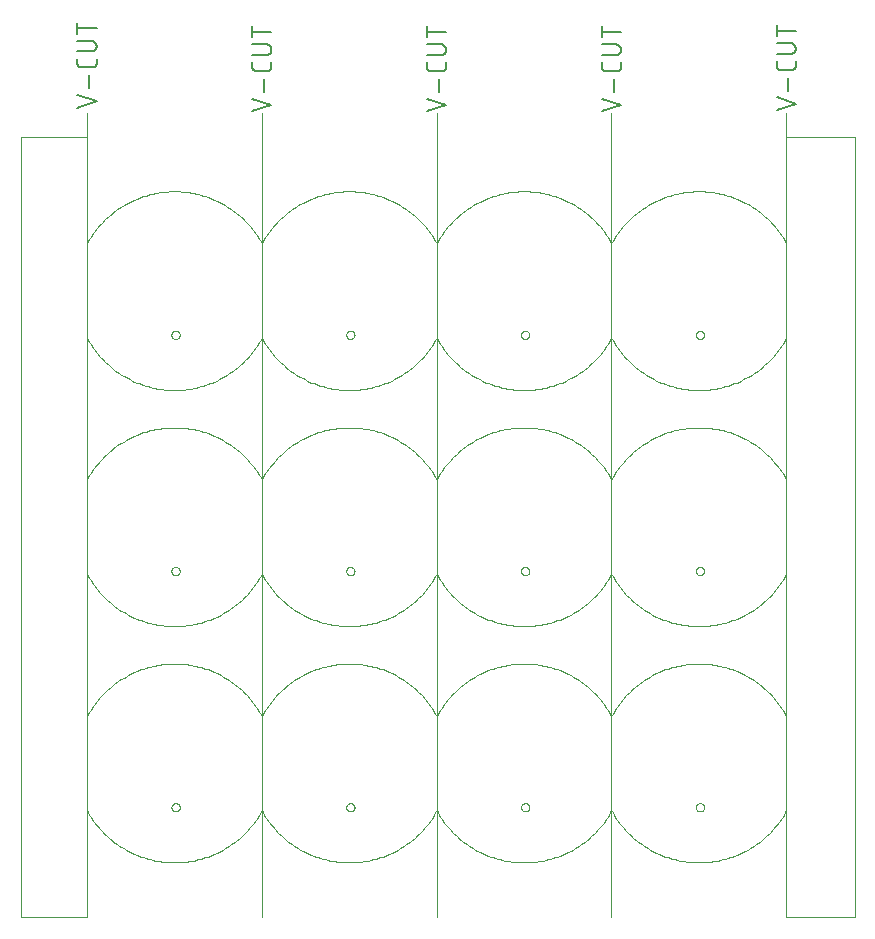
<source format=gko>
G75*
%MOIN*%
%OFA0B0*%
%FSLAX25Y25*%
%IPPOS*%
%LPD*%
%AMOC8*
5,1,8,0,0,1.08239X$1,22.5*
%
%ADD10C,0.00000*%
%ADD11C,0.00600*%
D10*
X0042929Y0047260D02*
X0064976Y0047260D01*
X0064976Y0307102D01*
X0064976Y0314976D01*
X0064976Y0307102D02*
X0042929Y0307102D01*
X0042929Y0047260D01*
X0093126Y0083687D02*
X0093128Y0083761D01*
X0093134Y0083835D01*
X0093144Y0083908D01*
X0093158Y0083981D01*
X0093175Y0084053D01*
X0093197Y0084123D01*
X0093222Y0084193D01*
X0093251Y0084261D01*
X0093284Y0084327D01*
X0093320Y0084392D01*
X0093360Y0084454D01*
X0093402Y0084515D01*
X0093448Y0084573D01*
X0093497Y0084628D01*
X0093549Y0084681D01*
X0093604Y0084731D01*
X0093661Y0084777D01*
X0093721Y0084821D01*
X0093783Y0084861D01*
X0093847Y0084898D01*
X0093913Y0084932D01*
X0093981Y0084962D01*
X0094050Y0084988D01*
X0094121Y0085011D01*
X0094192Y0085029D01*
X0094265Y0085044D01*
X0094338Y0085055D01*
X0094412Y0085062D01*
X0094486Y0085065D01*
X0094559Y0085064D01*
X0094633Y0085059D01*
X0094707Y0085050D01*
X0094780Y0085037D01*
X0094852Y0085020D01*
X0094923Y0085000D01*
X0094993Y0084975D01*
X0095061Y0084947D01*
X0095128Y0084916D01*
X0095193Y0084880D01*
X0095256Y0084842D01*
X0095317Y0084800D01*
X0095376Y0084754D01*
X0095432Y0084706D01*
X0095485Y0084655D01*
X0095535Y0084601D01*
X0095583Y0084544D01*
X0095627Y0084485D01*
X0095669Y0084423D01*
X0095707Y0084360D01*
X0095741Y0084294D01*
X0095772Y0084227D01*
X0095799Y0084158D01*
X0095822Y0084088D01*
X0095842Y0084017D01*
X0095858Y0083944D01*
X0095870Y0083871D01*
X0095878Y0083798D01*
X0095882Y0083724D01*
X0095882Y0083650D01*
X0095878Y0083576D01*
X0095870Y0083503D01*
X0095858Y0083430D01*
X0095842Y0083357D01*
X0095822Y0083286D01*
X0095799Y0083216D01*
X0095772Y0083147D01*
X0095741Y0083080D01*
X0095707Y0083014D01*
X0095669Y0082951D01*
X0095627Y0082889D01*
X0095583Y0082830D01*
X0095535Y0082773D01*
X0095485Y0082719D01*
X0095432Y0082668D01*
X0095376Y0082620D01*
X0095317Y0082574D01*
X0095256Y0082532D01*
X0095193Y0082494D01*
X0095128Y0082458D01*
X0095061Y0082427D01*
X0094993Y0082399D01*
X0094923Y0082374D01*
X0094852Y0082354D01*
X0094780Y0082337D01*
X0094707Y0082324D01*
X0094633Y0082315D01*
X0094559Y0082310D01*
X0094486Y0082309D01*
X0094412Y0082312D01*
X0094338Y0082319D01*
X0094265Y0082330D01*
X0094192Y0082345D01*
X0094121Y0082363D01*
X0094050Y0082386D01*
X0093981Y0082412D01*
X0093913Y0082442D01*
X0093847Y0082476D01*
X0093783Y0082513D01*
X0093721Y0082553D01*
X0093661Y0082597D01*
X0093604Y0082643D01*
X0093549Y0082693D01*
X0093497Y0082746D01*
X0093448Y0082801D01*
X0093402Y0082859D01*
X0093360Y0082920D01*
X0093320Y0082982D01*
X0093284Y0083047D01*
X0093251Y0083113D01*
X0093222Y0083181D01*
X0093197Y0083251D01*
X0093175Y0083321D01*
X0093158Y0083393D01*
X0093144Y0083466D01*
X0093134Y0083539D01*
X0093128Y0083613D01*
X0093126Y0083687D01*
X0064976Y0114189D02*
X0065369Y0114896D01*
X0065780Y0115594D01*
X0066208Y0116281D01*
X0066652Y0116957D01*
X0067113Y0117623D01*
X0067589Y0118277D01*
X0068082Y0118919D01*
X0068590Y0119549D01*
X0069113Y0120166D01*
X0069652Y0120770D01*
X0070205Y0121361D01*
X0070772Y0121938D01*
X0071353Y0122502D01*
X0071948Y0123051D01*
X0072556Y0123585D01*
X0073176Y0124104D01*
X0073810Y0124608D01*
X0074455Y0125096D01*
X0075112Y0125568D01*
X0075781Y0126024D01*
X0076460Y0126464D01*
X0077150Y0126887D01*
X0077851Y0127293D01*
X0078560Y0127682D01*
X0079280Y0128053D01*
X0080008Y0128406D01*
X0080744Y0128742D01*
X0081488Y0129060D01*
X0082240Y0129359D01*
X0082999Y0129640D01*
X0083765Y0129902D01*
X0084537Y0130145D01*
X0085314Y0130370D01*
X0086097Y0130575D01*
X0086885Y0130761D01*
X0087677Y0130928D01*
X0088472Y0131076D01*
X0089271Y0131204D01*
X0090073Y0131312D01*
X0090878Y0131401D01*
X0091684Y0131470D01*
X0092492Y0131519D01*
X0093301Y0131549D01*
X0094110Y0131559D01*
X0094919Y0131549D01*
X0095728Y0131519D01*
X0096536Y0131470D01*
X0097342Y0131401D01*
X0098147Y0131312D01*
X0098949Y0131204D01*
X0099748Y0131076D01*
X0100543Y0130928D01*
X0101335Y0130761D01*
X0102123Y0130575D01*
X0102906Y0130370D01*
X0103683Y0130145D01*
X0104455Y0129902D01*
X0105221Y0129640D01*
X0105980Y0129359D01*
X0106732Y0129060D01*
X0107476Y0128742D01*
X0108212Y0128406D01*
X0108940Y0128053D01*
X0109660Y0127682D01*
X0110369Y0127293D01*
X0111070Y0126887D01*
X0111760Y0126464D01*
X0112439Y0126024D01*
X0113108Y0125568D01*
X0113765Y0125096D01*
X0114410Y0124608D01*
X0115044Y0124104D01*
X0115664Y0123585D01*
X0116272Y0123051D01*
X0116867Y0122502D01*
X0117448Y0121938D01*
X0118015Y0121361D01*
X0118568Y0120770D01*
X0119107Y0120166D01*
X0119630Y0119549D01*
X0120138Y0118919D01*
X0120631Y0118277D01*
X0121107Y0117623D01*
X0121568Y0116957D01*
X0122012Y0116281D01*
X0122440Y0115594D01*
X0122851Y0114896D01*
X0123244Y0114189D01*
X0123244Y0082693D02*
X0122851Y0081986D01*
X0122440Y0081288D01*
X0122012Y0080601D01*
X0121568Y0079925D01*
X0121107Y0079259D01*
X0120631Y0078605D01*
X0120138Y0077963D01*
X0119630Y0077333D01*
X0119107Y0076716D01*
X0118568Y0076112D01*
X0118015Y0075521D01*
X0117448Y0074944D01*
X0116867Y0074380D01*
X0116272Y0073831D01*
X0115664Y0073297D01*
X0115044Y0072778D01*
X0114410Y0072274D01*
X0113765Y0071786D01*
X0113108Y0071314D01*
X0112439Y0070858D01*
X0111760Y0070418D01*
X0111070Y0069995D01*
X0110369Y0069589D01*
X0109660Y0069200D01*
X0108940Y0068829D01*
X0108212Y0068476D01*
X0107476Y0068140D01*
X0106732Y0067822D01*
X0105980Y0067523D01*
X0105221Y0067242D01*
X0104455Y0066980D01*
X0103683Y0066737D01*
X0102906Y0066512D01*
X0102123Y0066307D01*
X0101335Y0066121D01*
X0100543Y0065954D01*
X0099748Y0065806D01*
X0098949Y0065678D01*
X0098147Y0065570D01*
X0097342Y0065481D01*
X0096536Y0065412D01*
X0095728Y0065363D01*
X0094919Y0065333D01*
X0094110Y0065323D01*
X0093301Y0065333D01*
X0092492Y0065363D01*
X0091684Y0065412D01*
X0090878Y0065481D01*
X0090073Y0065570D01*
X0089271Y0065678D01*
X0088472Y0065806D01*
X0087677Y0065954D01*
X0086885Y0066121D01*
X0086097Y0066307D01*
X0085314Y0066512D01*
X0084537Y0066737D01*
X0083765Y0066980D01*
X0082999Y0067242D01*
X0082240Y0067523D01*
X0081488Y0067822D01*
X0080744Y0068140D01*
X0080008Y0068476D01*
X0079280Y0068829D01*
X0078560Y0069200D01*
X0077851Y0069589D01*
X0077150Y0069995D01*
X0076460Y0070418D01*
X0075781Y0070858D01*
X0075112Y0071314D01*
X0074455Y0071786D01*
X0073810Y0072274D01*
X0073176Y0072778D01*
X0072556Y0073297D01*
X0071948Y0073831D01*
X0071353Y0074380D01*
X0070772Y0074944D01*
X0070205Y0075521D01*
X0069652Y0076112D01*
X0069113Y0076716D01*
X0068590Y0077333D01*
X0068082Y0077963D01*
X0067589Y0078605D01*
X0067113Y0079259D01*
X0066652Y0079925D01*
X0066208Y0080601D01*
X0065780Y0081288D01*
X0065369Y0081986D01*
X0064976Y0082693D01*
X0123244Y0047260D02*
X0123244Y0314976D01*
X0181512Y0314976D02*
X0181512Y0047260D01*
X0151394Y0083687D02*
X0151396Y0083761D01*
X0151402Y0083835D01*
X0151412Y0083908D01*
X0151426Y0083981D01*
X0151443Y0084053D01*
X0151465Y0084123D01*
X0151490Y0084193D01*
X0151519Y0084261D01*
X0151552Y0084327D01*
X0151588Y0084392D01*
X0151628Y0084454D01*
X0151670Y0084515D01*
X0151716Y0084573D01*
X0151765Y0084628D01*
X0151817Y0084681D01*
X0151872Y0084731D01*
X0151929Y0084777D01*
X0151989Y0084821D01*
X0152051Y0084861D01*
X0152115Y0084898D01*
X0152181Y0084932D01*
X0152249Y0084962D01*
X0152318Y0084988D01*
X0152389Y0085011D01*
X0152460Y0085029D01*
X0152533Y0085044D01*
X0152606Y0085055D01*
X0152680Y0085062D01*
X0152754Y0085065D01*
X0152827Y0085064D01*
X0152901Y0085059D01*
X0152975Y0085050D01*
X0153048Y0085037D01*
X0153120Y0085020D01*
X0153191Y0085000D01*
X0153261Y0084975D01*
X0153329Y0084947D01*
X0153396Y0084916D01*
X0153461Y0084880D01*
X0153524Y0084842D01*
X0153585Y0084800D01*
X0153644Y0084754D01*
X0153700Y0084706D01*
X0153753Y0084655D01*
X0153803Y0084601D01*
X0153851Y0084544D01*
X0153895Y0084485D01*
X0153937Y0084423D01*
X0153975Y0084360D01*
X0154009Y0084294D01*
X0154040Y0084227D01*
X0154067Y0084158D01*
X0154090Y0084088D01*
X0154110Y0084017D01*
X0154126Y0083944D01*
X0154138Y0083871D01*
X0154146Y0083798D01*
X0154150Y0083724D01*
X0154150Y0083650D01*
X0154146Y0083576D01*
X0154138Y0083503D01*
X0154126Y0083430D01*
X0154110Y0083357D01*
X0154090Y0083286D01*
X0154067Y0083216D01*
X0154040Y0083147D01*
X0154009Y0083080D01*
X0153975Y0083014D01*
X0153937Y0082951D01*
X0153895Y0082889D01*
X0153851Y0082830D01*
X0153803Y0082773D01*
X0153753Y0082719D01*
X0153700Y0082668D01*
X0153644Y0082620D01*
X0153585Y0082574D01*
X0153524Y0082532D01*
X0153461Y0082494D01*
X0153396Y0082458D01*
X0153329Y0082427D01*
X0153261Y0082399D01*
X0153191Y0082374D01*
X0153120Y0082354D01*
X0153048Y0082337D01*
X0152975Y0082324D01*
X0152901Y0082315D01*
X0152827Y0082310D01*
X0152754Y0082309D01*
X0152680Y0082312D01*
X0152606Y0082319D01*
X0152533Y0082330D01*
X0152460Y0082345D01*
X0152389Y0082363D01*
X0152318Y0082386D01*
X0152249Y0082412D01*
X0152181Y0082442D01*
X0152115Y0082476D01*
X0152051Y0082513D01*
X0151989Y0082553D01*
X0151929Y0082597D01*
X0151872Y0082643D01*
X0151817Y0082693D01*
X0151765Y0082746D01*
X0151716Y0082801D01*
X0151670Y0082859D01*
X0151628Y0082920D01*
X0151588Y0082982D01*
X0151552Y0083047D01*
X0151519Y0083113D01*
X0151490Y0083181D01*
X0151465Y0083251D01*
X0151443Y0083321D01*
X0151426Y0083393D01*
X0151412Y0083466D01*
X0151402Y0083539D01*
X0151396Y0083613D01*
X0151394Y0083687D01*
X0123244Y0114189D02*
X0123637Y0114896D01*
X0124048Y0115594D01*
X0124476Y0116281D01*
X0124920Y0116957D01*
X0125381Y0117623D01*
X0125857Y0118277D01*
X0126350Y0118919D01*
X0126858Y0119549D01*
X0127381Y0120166D01*
X0127920Y0120770D01*
X0128473Y0121361D01*
X0129040Y0121938D01*
X0129621Y0122502D01*
X0130216Y0123051D01*
X0130824Y0123585D01*
X0131444Y0124104D01*
X0132078Y0124608D01*
X0132723Y0125096D01*
X0133380Y0125568D01*
X0134049Y0126024D01*
X0134728Y0126464D01*
X0135418Y0126887D01*
X0136119Y0127293D01*
X0136828Y0127682D01*
X0137548Y0128053D01*
X0138276Y0128406D01*
X0139012Y0128742D01*
X0139756Y0129060D01*
X0140508Y0129359D01*
X0141267Y0129640D01*
X0142033Y0129902D01*
X0142805Y0130145D01*
X0143582Y0130370D01*
X0144365Y0130575D01*
X0145153Y0130761D01*
X0145945Y0130928D01*
X0146740Y0131076D01*
X0147539Y0131204D01*
X0148341Y0131312D01*
X0149146Y0131401D01*
X0149952Y0131470D01*
X0150760Y0131519D01*
X0151569Y0131549D01*
X0152378Y0131559D01*
X0153187Y0131549D01*
X0153996Y0131519D01*
X0154804Y0131470D01*
X0155610Y0131401D01*
X0156415Y0131312D01*
X0157217Y0131204D01*
X0158016Y0131076D01*
X0158811Y0130928D01*
X0159603Y0130761D01*
X0160391Y0130575D01*
X0161174Y0130370D01*
X0161951Y0130145D01*
X0162723Y0129902D01*
X0163489Y0129640D01*
X0164248Y0129359D01*
X0165000Y0129060D01*
X0165744Y0128742D01*
X0166480Y0128406D01*
X0167208Y0128053D01*
X0167928Y0127682D01*
X0168637Y0127293D01*
X0169338Y0126887D01*
X0170028Y0126464D01*
X0170707Y0126024D01*
X0171376Y0125568D01*
X0172033Y0125096D01*
X0172678Y0124608D01*
X0173312Y0124104D01*
X0173932Y0123585D01*
X0174540Y0123051D01*
X0175135Y0122502D01*
X0175716Y0121938D01*
X0176283Y0121361D01*
X0176836Y0120770D01*
X0177375Y0120166D01*
X0177898Y0119549D01*
X0178406Y0118919D01*
X0178899Y0118277D01*
X0179375Y0117623D01*
X0179836Y0116957D01*
X0180280Y0116281D01*
X0180708Y0115594D01*
X0181119Y0114896D01*
X0181512Y0114189D01*
X0181512Y0082693D02*
X0181905Y0081986D01*
X0182316Y0081288D01*
X0182744Y0080601D01*
X0183188Y0079925D01*
X0183649Y0079259D01*
X0184125Y0078605D01*
X0184618Y0077963D01*
X0185126Y0077333D01*
X0185649Y0076716D01*
X0186188Y0076112D01*
X0186741Y0075521D01*
X0187308Y0074944D01*
X0187889Y0074380D01*
X0188484Y0073831D01*
X0189092Y0073297D01*
X0189712Y0072778D01*
X0190346Y0072274D01*
X0190991Y0071786D01*
X0191648Y0071314D01*
X0192317Y0070858D01*
X0192996Y0070418D01*
X0193686Y0069995D01*
X0194387Y0069589D01*
X0195096Y0069200D01*
X0195816Y0068829D01*
X0196544Y0068476D01*
X0197280Y0068140D01*
X0198024Y0067822D01*
X0198776Y0067523D01*
X0199535Y0067242D01*
X0200301Y0066980D01*
X0201073Y0066737D01*
X0201850Y0066512D01*
X0202633Y0066307D01*
X0203421Y0066121D01*
X0204213Y0065954D01*
X0205008Y0065806D01*
X0205807Y0065678D01*
X0206609Y0065570D01*
X0207414Y0065481D01*
X0208220Y0065412D01*
X0209028Y0065363D01*
X0209837Y0065333D01*
X0210646Y0065323D01*
X0211455Y0065333D01*
X0212264Y0065363D01*
X0213072Y0065412D01*
X0213878Y0065481D01*
X0214683Y0065570D01*
X0215485Y0065678D01*
X0216284Y0065806D01*
X0217079Y0065954D01*
X0217871Y0066121D01*
X0218659Y0066307D01*
X0219442Y0066512D01*
X0220219Y0066737D01*
X0220991Y0066980D01*
X0221757Y0067242D01*
X0222516Y0067523D01*
X0223268Y0067822D01*
X0224012Y0068140D01*
X0224748Y0068476D01*
X0225476Y0068829D01*
X0226196Y0069200D01*
X0226905Y0069589D01*
X0227606Y0069995D01*
X0228296Y0070418D01*
X0228975Y0070858D01*
X0229644Y0071314D01*
X0230301Y0071786D01*
X0230946Y0072274D01*
X0231580Y0072778D01*
X0232200Y0073297D01*
X0232808Y0073831D01*
X0233403Y0074380D01*
X0233984Y0074944D01*
X0234551Y0075521D01*
X0235104Y0076112D01*
X0235643Y0076716D01*
X0236166Y0077333D01*
X0236674Y0077963D01*
X0237167Y0078605D01*
X0237643Y0079259D01*
X0238104Y0079925D01*
X0238548Y0080601D01*
X0238976Y0081288D01*
X0239387Y0081986D01*
X0239780Y0082693D01*
X0267929Y0083687D02*
X0267931Y0083761D01*
X0267937Y0083835D01*
X0267947Y0083908D01*
X0267961Y0083981D01*
X0267978Y0084053D01*
X0268000Y0084123D01*
X0268025Y0084193D01*
X0268054Y0084261D01*
X0268087Y0084327D01*
X0268123Y0084392D01*
X0268163Y0084454D01*
X0268205Y0084515D01*
X0268251Y0084573D01*
X0268300Y0084628D01*
X0268352Y0084681D01*
X0268407Y0084731D01*
X0268464Y0084777D01*
X0268524Y0084821D01*
X0268586Y0084861D01*
X0268650Y0084898D01*
X0268716Y0084932D01*
X0268784Y0084962D01*
X0268853Y0084988D01*
X0268924Y0085011D01*
X0268995Y0085029D01*
X0269068Y0085044D01*
X0269141Y0085055D01*
X0269215Y0085062D01*
X0269289Y0085065D01*
X0269362Y0085064D01*
X0269436Y0085059D01*
X0269510Y0085050D01*
X0269583Y0085037D01*
X0269655Y0085020D01*
X0269726Y0085000D01*
X0269796Y0084975D01*
X0269864Y0084947D01*
X0269931Y0084916D01*
X0269996Y0084880D01*
X0270059Y0084842D01*
X0270120Y0084800D01*
X0270179Y0084754D01*
X0270235Y0084706D01*
X0270288Y0084655D01*
X0270338Y0084601D01*
X0270386Y0084544D01*
X0270430Y0084485D01*
X0270472Y0084423D01*
X0270510Y0084360D01*
X0270544Y0084294D01*
X0270575Y0084227D01*
X0270602Y0084158D01*
X0270625Y0084088D01*
X0270645Y0084017D01*
X0270661Y0083944D01*
X0270673Y0083871D01*
X0270681Y0083798D01*
X0270685Y0083724D01*
X0270685Y0083650D01*
X0270681Y0083576D01*
X0270673Y0083503D01*
X0270661Y0083430D01*
X0270645Y0083357D01*
X0270625Y0083286D01*
X0270602Y0083216D01*
X0270575Y0083147D01*
X0270544Y0083080D01*
X0270510Y0083014D01*
X0270472Y0082951D01*
X0270430Y0082889D01*
X0270386Y0082830D01*
X0270338Y0082773D01*
X0270288Y0082719D01*
X0270235Y0082668D01*
X0270179Y0082620D01*
X0270120Y0082574D01*
X0270059Y0082532D01*
X0269996Y0082494D01*
X0269931Y0082458D01*
X0269864Y0082427D01*
X0269796Y0082399D01*
X0269726Y0082374D01*
X0269655Y0082354D01*
X0269583Y0082337D01*
X0269510Y0082324D01*
X0269436Y0082315D01*
X0269362Y0082310D01*
X0269289Y0082309D01*
X0269215Y0082312D01*
X0269141Y0082319D01*
X0269068Y0082330D01*
X0268995Y0082345D01*
X0268924Y0082363D01*
X0268853Y0082386D01*
X0268784Y0082412D01*
X0268716Y0082442D01*
X0268650Y0082476D01*
X0268586Y0082513D01*
X0268524Y0082553D01*
X0268464Y0082597D01*
X0268407Y0082643D01*
X0268352Y0082693D01*
X0268300Y0082746D01*
X0268251Y0082801D01*
X0268205Y0082859D01*
X0268163Y0082920D01*
X0268123Y0082982D01*
X0268087Y0083047D01*
X0268054Y0083113D01*
X0268025Y0083181D01*
X0268000Y0083251D01*
X0267978Y0083321D01*
X0267961Y0083393D01*
X0267947Y0083466D01*
X0267937Y0083539D01*
X0267931Y0083613D01*
X0267929Y0083687D01*
X0239779Y0114189D02*
X0240172Y0114896D01*
X0240583Y0115594D01*
X0241011Y0116281D01*
X0241455Y0116957D01*
X0241916Y0117623D01*
X0242392Y0118277D01*
X0242885Y0118919D01*
X0243393Y0119549D01*
X0243916Y0120166D01*
X0244455Y0120770D01*
X0245008Y0121361D01*
X0245575Y0121938D01*
X0246156Y0122502D01*
X0246751Y0123051D01*
X0247359Y0123585D01*
X0247979Y0124104D01*
X0248613Y0124608D01*
X0249258Y0125096D01*
X0249915Y0125568D01*
X0250584Y0126024D01*
X0251263Y0126464D01*
X0251953Y0126887D01*
X0252654Y0127293D01*
X0253363Y0127682D01*
X0254083Y0128053D01*
X0254811Y0128406D01*
X0255547Y0128742D01*
X0256291Y0129060D01*
X0257043Y0129359D01*
X0257802Y0129640D01*
X0258568Y0129902D01*
X0259340Y0130145D01*
X0260117Y0130370D01*
X0260900Y0130575D01*
X0261688Y0130761D01*
X0262480Y0130928D01*
X0263275Y0131076D01*
X0264074Y0131204D01*
X0264876Y0131312D01*
X0265681Y0131401D01*
X0266487Y0131470D01*
X0267295Y0131519D01*
X0268104Y0131549D01*
X0268913Y0131559D01*
X0269722Y0131549D01*
X0270531Y0131519D01*
X0271339Y0131470D01*
X0272145Y0131401D01*
X0272950Y0131312D01*
X0273752Y0131204D01*
X0274551Y0131076D01*
X0275346Y0130928D01*
X0276138Y0130761D01*
X0276926Y0130575D01*
X0277709Y0130370D01*
X0278486Y0130145D01*
X0279258Y0129902D01*
X0280024Y0129640D01*
X0280783Y0129359D01*
X0281535Y0129060D01*
X0282279Y0128742D01*
X0283015Y0128406D01*
X0283743Y0128053D01*
X0284463Y0127682D01*
X0285172Y0127293D01*
X0285873Y0126887D01*
X0286563Y0126464D01*
X0287242Y0126024D01*
X0287911Y0125568D01*
X0288568Y0125096D01*
X0289213Y0124608D01*
X0289847Y0124104D01*
X0290467Y0123585D01*
X0291075Y0123051D01*
X0291670Y0122502D01*
X0292251Y0121938D01*
X0292818Y0121361D01*
X0293371Y0120770D01*
X0293910Y0120166D01*
X0294433Y0119549D01*
X0294941Y0118919D01*
X0295434Y0118277D01*
X0295910Y0117623D01*
X0296371Y0116957D01*
X0296815Y0116281D01*
X0297243Y0115594D01*
X0297654Y0114896D01*
X0298047Y0114189D01*
X0298047Y0082693D02*
X0297654Y0081986D01*
X0297243Y0081288D01*
X0296815Y0080601D01*
X0296371Y0079925D01*
X0295910Y0079259D01*
X0295434Y0078605D01*
X0294941Y0077963D01*
X0294433Y0077333D01*
X0293910Y0076716D01*
X0293371Y0076112D01*
X0292818Y0075521D01*
X0292251Y0074944D01*
X0291670Y0074380D01*
X0291075Y0073831D01*
X0290467Y0073297D01*
X0289847Y0072778D01*
X0289213Y0072274D01*
X0288568Y0071786D01*
X0287911Y0071314D01*
X0287242Y0070858D01*
X0286563Y0070418D01*
X0285873Y0069995D01*
X0285172Y0069589D01*
X0284463Y0069200D01*
X0283743Y0068829D01*
X0283015Y0068476D01*
X0282279Y0068140D01*
X0281535Y0067822D01*
X0280783Y0067523D01*
X0280024Y0067242D01*
X0279258Y0066980D01*
X0278486Y0066737D01*
X0277709Y0066512D01*
X0276926Y0066307D01*
X0276138Y0066121D01*
X0275346Y0065954D01*
X0274551Y0065806D01*
X0273752Y0065678D01*
X0272950Y0065570D01*
X0272145Y0065481D01*
X0271339Y0065412D01*
X0270531Y0065363D01*
X0269722Y0065333D01*
X0268913Y0065323D01*
X0268104Y0065333D01*
X0267295Y0065363D01*
X0266487Y0065412D01*
X0265681Y0065481D01*
X0264876Y0065570D01*
X0264074Y0065678D01*
X0263275Y0065806D01*
X0262480Y0065954D01*
X0261688Y0066121D01*
X0260900Y0066307D01*
X0260117Y0066512D01*
X0259340Y0066737D01*
X0258568Y0066980D01*
X0257802Y0067242D01*
X0257043Y0067523D01*
X0256291Y0067822D01*
X0255547Y0068140D01*
X0254811Y0068476D01*
X0254083Y0068829D01*
X0253363Y0069200D01*
X0252654Y0069589D01*
X0251953Y0069995D01*
X0251263Y0070418D01*
X0250584Y0070858D01*
X0249915Y0071314D01*
X0249258Y0071786D01*
X0248613Y0072274D01*
X0247979Y0072778D01*
X0247359Y0073297D01*
X0246751Y0073831D01*
X0246156Y0074380D01*
X0245575Y0074944D01*
X0245008Y0075521D01*
X0244455Y0076112D01*
X0243916Y0076716D01*
X0243393Y0077333D01*
X0242885Y0077963D01*
X0242392Y0078605D01*
X0241916Y0079259D01*
X0241455Y0079925D01*
X0241011Y0080601D01*
X0240583Y0081288D01*
X0240172Y0081986D01*
X0239779Y0082693D01*
X0209661Y0083687D02*
X0209663Y0083761D01*
X0209669Y0083835D01*
X0209679Y0083908D01*
X0209693Y0083981D01*
X0209710Y0084053D01*
X0209732Y0084123D01*
X0209757Y0084193D01*
X0209786Y0084261D01*
X0209819Y0084327D01*
X0209855Y0084392D01*
X0209895Y0084454D01*
X0209937Y0084515D01*
X0209983Y0084573D01*
X0210032Y0084628D01*
X0210084Y0084681D01*
X0210139Y0084731D01*
X0210196Y0084777D01*
X0210256Y0084821D01*
X0210318Y0084861D01*
X0210382Y0084898D01*
X0210448Y0084932D01*
X0210516Y0084962D01*
X0210585Y0084988D01*
X0210656Y0085011D01*
X0210727Y0085029D01*
X0210800Y0085044D01*
X0210873Y0085055D01*
X0210947Y0085062D01*
X0211021Y0085065D01*
X0211094Y0085064D01*
X0211168Y0085059D01*
X0211242Y0085050D01*
X0211315Y0085037D01*
X0211387Y0085020D01*
X0211458Y0085000D01*
X0211528Y0084975D01*
X0211596Y0084947D01*
X0211663Y0084916D01*
X0211728Y0084880D01*
X0211791Y0084842D01*
X0211852Y0084800D01*
X0211911Y0084754D01*
X0211967Y0084706D01*
X0212020Y0084655D01*
X0212070Y0084601D01*
X0212118Y0084544D01*
X0212162Y0084485D01*
X0212204Y0084423D01*
X0212242Y0084360D01*
X0212276Y0084294D01*
X0212307Y0084227D01*
X0212334Y0084158D01*
X0212357Y0084088D01*
X0212377Y0084017D01*
X0212393Y0083944D01*
X0212405Y0083871D01*
X0212413Y0083798D01*
X0212417Y0083724D01*
X0212417Y0083650D01*
X0212413Y0083576D01*
X0212405Y0083503D01*
X0212393Y0083430D01*
X0212377Y0083357D01*
X0212357Y0083286D01*
X0212334Y0083216D01*
X0212307Y0083147D01*
X0212276Y0083080D01*
X0212242Y0083014D01*
X0212204Y0082951D01*
X0212162Y0082889D01*
X0212118Y0082830D01*
X0212070Y0082773D01*
X0212020Y0082719D01*
X0211967Y0082668D01*
X0211911Y0082620D01*
X0211852Y0082574D01*
X0211791Y0082532D01*
X0211728Y0082494D01*
X0211663Y0082458D01*
X0211596Y0082427D01*
X0211528Y0082399D01*
X0211458Y0082374D01*
X0211387Y0082354D01*
X0211315Y0082337D01*
X0211242Y0082324D01*
X0211168Y0082315D01*
X0211094Y0082310D01*
X0211021Y0082309D01*
X0210947Y0082312D01*
X0210873Y0082319D01*
X0210800Y0082330D01*
X0210727Y0082345D01*
X0210656Y0082363D01*
X0210585Y0082386D01*
X0210516Y0082412D01*
X0210448Y0082442D01*
X0210382Y0082476D01*
X0210318Y0082513D01*
X0210256Y0082553D01*
X0210196Y0082597D01*
X0210139Y0082643D01*
X0210084Y0082693D01*
X0210032Y0082746D01*
X0209983Y0082801D01*
X0209937Y0082859D01*
X0209895Y0082920D01*
X0209855Y0082982D01*
X0209819Y0083047D01*
X0209786Y0083113D01*
X0209757Y0083181D01*
X0209732Y0083251D01*
X0209710Y0083321D01*
X0209693Y0083393D01*
X0209679Y0083466D01*
X0209669Y0083539D01*
X0209663Y0083613D01*
X0209661Y0083687D01*
X0181512Y0114189D02*
X0181905Y0114896D01*
X0182316Y0115594D01*
X0182744Y0116281D01*
X0183188Y0116957D01*
X0183649Y0117623D01*
X0184125Y0118277D01*
X0184618Y0118919D01*
X0185126Y0119549D01*
X0185649Y0120166D01*
X0186188Y0120770D01*
X0186741Y0121361D01*
X0187308Y0121938D01*
X0187889Y0122502D01*
X0188484Y0123051D01*
X0189092Y0123585D01*
X0189712Y0124104D01*
X0190346Y0124608D01*
X0190991Y0125096D01*
X0191648Y0125568D01*
X0192317Y0126024D01*
X0192996Y0126464D01*
X0193686Y0126887D01*
X0194387Y0127293D01*
X0195096Y0127682D01*
X0195816Y0128053D01*
X0196544Y0128406D01*
X0197280Y0128742D01*
X0198024Y0129060D01*
X0198776Y0129359D01*
X0199535Y0129640D01*
X0200301Y0129902D01*
X0201073Y0130145D01*
X0201850Y0130370D01*
X0202633Y0130575D01*
X0203421Y0130761D01*
X0204213Y0130928D01*
X0205008Y0131076D01*
X0205807Y0131204D01*
X0206609Y0131312D01*
X0207414Y0131401D01*
X0208220Y0131470D01*
X0209028Y0131519D01*
X0209837Y0131549D01*
X0210646Y0131559D01*
X0211455Y0131549D01*
X0212264Y0131519D01*
X0213072Y0131470D01*
X0213878Y0131401D01*
X0214683Y0131312D01*
X0215485Y0131204D01*
X0216284Y0131076D01*
X0217079Y0130928D01*
X0217871Y0130761D01*
X0218659Y0130575D01*
X0219442Y0130370D01*
X0220219Y0130145D01*
X0220991Y0129902D01*
X0221757Y0129640D01*
X0222516Y0129359D01*
X0223268Y0129060D01*
X0224012Y0128742D01*
X0224748Y0128406D01*
X0225476Y0128053D01*
X0226196Y0127682D01*
X0226905Y0127293D01*
X0227606Y0126887D01*
X0228296Y0126464D01*
X0228975Y0126024D01*
X0229644Y0125568D01*
X0230301Y0125096D01*
X0230946Y0124608D01*
X0231580Y0124104D01*
X0232200Y0123585D01*
X0232808Y0123051D01*
X0233403Y0122502D01*
X0233984Y0121938D01*
X0234551Y0121361D01*
X0235104Y0120770D01*
X0235643Y0120166D01*
X0236166Y0119549D01*
X0236674Y0118919D01*
X0237167Y0118277D01*
X0237643Y0117623D01*
X0238104Y0116957D01*
X0238548Y0116281D01*
X0238976Y0115594D01*
X0239387Y0114896D01*
X0239780Y0114189D01*
X0209661Y0162427D02*
X0209663Y0162501D01*
X0209669Y0162575D01*
X0209679Y0162648D01*
X0209693Y0162721D01*
X0209710Y0162793D01*
X0209732Y0162863D01*
X0209757Y0162933D01*
X0209786Y0163001D01*
X0209819Y0163067D01*
X0209855Y0163132D01*
X0209895Y0163194D01*
X0209937Y0163255D01*
X0209983Y0163313D01*
X0210032Y0163368D01*
X0210084Y0163421D01*
X0210139Y0163471D01*
X0210196Y0163517D01*
X0210256Y0163561D01*
X0210318Y0163601D01*
X0210382Y0163638D01*
X0210448Y0163672D01*
X0210516Y0163702D01*
X0210585Y0163728D01*
X0210656Y0163751D01*
X0210727Y0163769D01*
X0210800Y0163784D01*
X0210873Y0163795D01*
X0210947Y0163802D01*
X0211021Y0163805D01*
X0211094Y0163804D01*
X0211168Y0163799D01*
X0211242Y0163790D01*
X0211315Y0163777D01*
X0211387Y0163760D01*
X0211458Y0163740D01*
X0211528Y0163715D01*
X0211596Y0163687D01*
X0211663Y0163656D01*
X0211728Y0163620D01*
X0211791Y0163582D01*
X0211852Y0163540D01*
X0211911Y0163494D01*
X0211967Y0163446D01*
X0212020Y0163395D01*
X0212070Y0163341D01*
X0212118Y0163284D01*
X0212162Y0163225D01*
X0212204Y0163163D01*
X0212242Y0163100D01*
X0212276Y0163034D01*
X0212307Y0162967D01*
X0212334Y0162898D01*
X0212357Y0162828D01*
X0212377Y0162757D01*
X0212393Y0162684D01*
X0212405Y0162611D01*
X0212413Y0162538D01*
X0212417Y0162464D01*
X0212417Y0162390D01*
X0212413Y0162316D01*
X0212405Y0162243D01*
X0212393Y0162170D01*
X0212377Y0162097D01*
X0212357Y0162026D01*
X0212334Y0161956D01*
X0212307Y0161887D01*
X0212276Y0161820D01*
X0212242Y0161754D01*
X0212204Y0161691D01*
X0212162Y0161629D01*
X0212118Y0161570D01*
X0212070Y0161513D01*
X0212020Y0161459D01*
X0211967Y0161408D01*
X0211911Y0161360D01*
X0211852Y0161314D01*
X0211791Y0161272D01*
X0211728Y0161234D01*
X0211663Y0161198D01*
X0211596Y0161167D01*
X0211528Y0161139D01*
X0211458Y0161114D01*
X0211387Y0161094D01*
X0211315Y0161077D01*
X0211242Y0161064D01*
X0211168Y0161055D01*
X0211094Y0161050D01*
X0211021Y0161049D01*
X0210947Y0161052D01*
X0210873Y0161059D01*
X0210800Y0161070D01*
X0210727Y0161085D01*
X0210656Y0161103D01*
X0210585Y0161126D01*
X0210516Y0161152D01*
X0210448Y0161182D01*
X0210382Y0161216D01*
X0210318Y0161253D01*
X0210256Y0161293D01*
X0210196Y0161337D01*
X0210139Y0161383D01*
X0210084Y0161433D01*
X0210032Y0161486D01*
X0209983Y0161541D01*
X0209937Y0161599D01*
X0209895Y0161660D01*
X0209855Y0161722D01*
X0209819Y0161787D01*
X0209786Y0161853D01*
X0209757Y0161921D01*
X0209732Y0161991D01*
X0209710Y0162061D01*
X0209693Y0162133D01*
X0209679Y0162206D01*
X0209669Y0162279D01*
X0209663Y0162353D01*
X0209661Y0162427D01*
X0181512Y0192929D02*
X0181905Y0193636D01*
X0182316Y0194334D01*
X0182744Y0195021D01*
X0183188Y0195697D01*
X0183649Y0196363D01*
X0184125Y0197017D01*
X0184618Y0197659D01*
X0185126Y0198289D01*
X0185649Y0198906D01*
X0186188Y0199510D01*
X0186741Y0200101D01*
X0187308Y0200678D01*
X0187889Y0201242D01*
X0188484Y0201791D01*
X0189092Y0202325D01*
X0189712Y0202844D01*
X0190346Y0203348D01*
X0190991Y0203836D01*
X0191648Y0204308D01*
X0192317Y0204764D01*
X0192996Y0205204D01*
X0193686Y0205627D01*
X0194387Y0206033D01*
X0195096Y0206422D01*
X0195816Y0206793D01*
X0196544Y0207146D01*
X0197280Y0207482D01*
X0198024Y0207800D01*
X0198776Y0208099D01*
X0199535Y0208380D01*
X0200301Y0208642D01*
X0201073Y0208885D01*
X0201850Y0209110D01*
X0202633Y0209315D01*
X0203421Y0209501D01*
X0204213Y0209668D01*
X0205008Y0209816D01*
X0205807Y0209944D01*
X0206609Y0210052D01*
X0207414Y0210141D01*
X0208220Y0210210D01*
X0209028Y0210259D01*
X0209837Y0210289D01*
X0210646Y0210299D01*
X0211455Y0210289D01*
X0212264Y0210259D01*
X0213072Y0210210D01*
X0213878Y0210141D01*
X0214683Y0210052D01*
X0215485Y0209944D01*
X0216284Y0209816D01*
X0217079Y0209668D01*
X0217871Y0209501D01*
X0218659Y0209315D01*
X0219442Y0209110D01*
X0220219Y0208885D01*
X0220991Y0208642D01*
X0221757Y0208380D01*
X0222516Y0208099D01*
X0223268Y0207800D01*
X0224012Y0207482D01*
X0224748Y0207146D01*
X0225476Y0206793D01*
X0226196Y0206422D01*
X0226905Y0206033D01*
X0227606Y0205627D01*
X0228296Y0205204D01*
X0228975Y0204764D01*
X0229644Y0204308D01*
X0230301Y0203836D01*
X0230946Y0203348D01*
X0231580Y0202844D01*
X0232200Y0202325D01*
X0232808Y0201791D01*
X0233403Y0201242D01*
X0233984Y0200678D01*
X0234551Y0200101D01*
X0235104Y0199510D01*
X0235643Y0198906D01*
X0236166Y0198289D01*
X0236674Y0197659D01*
X0237167Y0197017D01*
X0237643Y0196363D01*
X0238104Y0195697D01*
X0238548Y0195021D01*
X0238976Y0194334D01*
X0239387Y0193636D01*
X0239780Y0192929D01*
X0239779Y0161433D02*
X0240172Y0160726D01*
X0240583Y0160028D01*
X0241011Y0159341D01*
X0241455Y0158665D01*
X0241916Y0157999D01*
X0242392Y0157345D01*
X0242885Y0156703D01*
X0243393Y0156073D01*
X0243916Y0155456D01*
X0244455Y0154852D01*
X0245008Y0154261D01*
X0245575Y0153684D01*
X0246156Y0153120D01*
X0246751Y0152571D01*
X0247359Y0152037D01*
X0247979Y0151518D01*
X0248613Y0151014D01*
X0249258Y0150526D01*
X0249915Y0150054D01*
X0250584Y0149598D01*
X0251263Y0149158D01*
X0251953Y0148735D01*
X0252654Y0148329D01*
X0253363Y0147940D01*
X0254083Y0147569D01*
X0254811Y0147216D01*
X0255547Y0146880D01*
X0256291Y0146562D01*
X0257043Y0146263D01*
X0257802Y0145982D01*
X0258568Y0145720D01*
X0259340Y0145477D01*
X0260117Y0145252D01*
X0260900Y0145047D01*
X0261688Y0144861D01*
X0262480Y0144694D01*
X0263275Y0144546D01*
X0264074Y0144418D01*
X0264876Y0144310D01*
X0265681Y0144221D01*
X0266487Y0144152D01*
X0267295Y0144103D01*
X0268104Y0144073D01*
X0268913Y0144063D01*
X0269722Y0144073D01*
X0270531Y0144103D01*
X0271339Y0144152D01*
X0272145Y0144221D01*
X0272950Y0144310D01*
X0273752Y0144418D01*
X0274551Y0144546D01*
X0275346Y0144694D01*
X0276138Y0144861D01*
X0276926Y0145047D01*
X0277709Y0145252D01*
X0278486Y0145477D01*
X0279258Y0145720D01*
X0280024Y0145982D01*
X0280783Y0146263D01*
X0281535Y0146562D01*
X0282279Y0146880D01*
X0283015Y0147216D01*
X0283743Y0147569D01*
X0284463Y0147940D01*
X0285172Y0148329D01*
X0285873Y0148735D01*
X0286563Y0149158D01*
X0287242Y0149598D01*
X0287911Y0150054D01*
X0288568Y0150526D01*
X0289213Y0151014D01*
X0289847Y0151518D01*
X0290467Y0152037D01*
X0291075Y0152571D01*
X0291670Y0153120D01*
X0292251Y0153684D01*
X0292818Y0154261D01*
X0293371Y0154852D01*
X0293910Y0155456D01*
X0294433Y0156073D01*
X0294941Y0156703D01*
X0295434Y0157345D01*
X0295910Y0157999D01*
X0296371Y0158665D01*
X0296815Y0159341D01*
X0297243Y0160028D01*
X0297654Y0160726D01*
X0298047Y0161433D01*
X0267929Y0162427D02*
X0267931Y0162501D01*
X0267937Y0162575D01*
X0267947Y0162648D01*
X0267961Y0162721D01*
X0267978Y0162793D01*
X0268000Y0162863D01*
X0268025Y0162933D01*
X0268054Y0163001D01*
X0268087Y0163067D01*
X0268123Y0163132D01*
X0268163Y0163194D01*
X0268205Y0163255D01*
X0268251Y0163313D01*
X0268300Y0163368D01*
X0268352Y0163421D01*
X0268407Y0163471D01*
X0268464Y0163517D01*
X0268524Y0163561D01*
X0268586Y0163601D01*
X0268650Y0163638D01*
X0268716Y0163672D01*
X0268784Y0163702D01*
X0268853Y0163728D01*
X0268924Y0163751D01*
X0268995Y0163769D01*
X0269068Y0163784D01*
X0269141Y0163795D01*
X0269215Y0163802D01*
X0269289Y0163805D01*
X0269362Y0163804D01*
X0269436Y0163799D01*
X0269510Y0163790D01*
X0269583Y0163777D01*
X0269655Y0163760D01*
X0269726Y0163740D01*
X0269796Y0163715D01*
X0269864Y0163687D01*
X0269931Y0163656D01*
X0269996Y0163620D01*
X0270059Y0163582D01*
X0270120Y0163540D01*
X0270179Y0163494D01*
X0270235Y0163446D01*
X0270288Y0163395D01*
X0270338Y0163341D01*
X0270386Y0163284D01*
X0270430Y0163225D01*
X0270472Y0163163D01*
X0270510Y0163100D01*
X0270544Y0163034D01*
X0270575Y0162967D01*
X0270602Y0162898D01*
X0270625Y0162828D01*
X0270645Y0162757D01*
X0270661Y0162684D01*
X0270673Y0162611D01*
X0270681Y0162538D01*
X0270685Y0162464D01*
X0270685Y0162390D01*
X0270681Y0162316D01*
X0270673Y0162243D01*
X0270661Y0162170D01*
X0270645Y0162097D01*
X0270625Y0162026D01*
X0270602Y0161956D01*
X0270575Y0161887D01*
X0270544Y0161820D01*
X0270510Y0161754D01*
X0270472Y0161691D01*
X0270430Y0161629D01*
X0270386Y0161570D01*
X0270338Y0161513D01*
X0270288Y0161459D01*
X0270235Y0161408D01*
X0270179Y0161360D01*
X0270120Y0161314D01*
X0270059Y0161272D01*
X0269996Y0161234D01*
X0269931Y0161198D01*
X0269864Y0161167D01*
X0269796Y0161139D01*
X0269726Y0161114D01*
X0269655Y0161094D01*
X0269583Y0161077D01*
X0269510Y0161064D01*
X0269436Y0161055D01*
X0269362Y0161050D01*
X0269289Y0161049D01*
X0269215Y0161052D01*
X0269141Y0161059D01*
X0269068Y0161070D01*
X0268995Y0161085D01*
X0268924Y0161103D01*
X0268853Y0161126D01*
X0268784Y0161152D01*
X0268716Y0161182D01*
X0268650Y0161216D01*
X0268586Y0161253D01*
X0268524Y0161293D01*
X0268464Y0161337D01*
X0268407Y0161383D01*
X0268352Y0161433D01*
X0268300Y0161486D01*
X0268251Y0161541D01*
X0268205Y0161599D01*
X0268163Y0161660D01*
X0268123Y0161722D01*
X0268087Y0161787D01*
X0268054Y0161853D01*
X0268025Y0161921D01*
X0268000Y0161991D01*
X0267978Y0162061D01*
X0267961Y0162133D01*
X0267947Y0162206D01*
X0267937Y0162279D01*
X0267931Y0162353D01*
X0267929Y0162427D01*
X0239779Y0192929D02*
X0240172Y0193636D01*
X0240583Y0194334D01*
X0241011Y0195021D01*
X0241455Y0195697D01*
X0241916Y0196363D01*
X0242392Y0197017D01*
X0242885Y0197659D01*
X0243393Y0198289D01*
X0243916Y0198906D01*
X0244455Y0199510D01*
X0245008Y0200101D01*
X0245575Y0200678D01*
X0246156Y0201242D01*
X0246751Y0201791D01*
X0247359Y0202325D01*
X0247979Y0202844D01*
X0248613Y0203348D01*
X0249258Y0203836D01*
X0249915Y0204308D01*
X0250584Y0204764D01*
X0251263Y0205204D01*
X0251953Y0205627D01*
X0252654Y0206033D01*
X0253363Y0206422D01*
X0254083Y0206793D01*
X0254811Y0207146D01*
X0255547Y0207482D01*
X0256291Y0207800D01*
X0257043Y0208099D01*
X0257802Y0208380D01*
X0258568Y0208642D01*
X0259340Y0208885D01*
X0260117Y0209110D01*
X0260900Y0209315D01*
X0261688Y0209501D01*
X0262480Y0209668D01*
X0263275Y0209816D01*
X0264074Y0209944D01*
X0264876Y0210052D01*
X0265681Y0210141D01*
X0266487Y0210210D01*
X0267295Y0210259D01*
X0268104Y0210289D01*
X0268913Y0210299D01*
X0269722Y0210289D01*
X0270531Y0210259D01*
X0271339Y0210210D01*
X0272145Y0210141D01*
X0272950Y0210052D01*
X0273752Y0209944D01*
X0274551Y0209816D01*
X0275346Y0209668D01*
X0276138Y0209501D01*
X0276926Y0209315D01*
X0277709Y0209110D01*
X0278486Y0208885D01*
X0279258Y0208642D01*
X0280024Y0208380D01*
X0280783Y0208099D01*
X0281535Y0207800D01*
X0282279Y0207482D01*
X0283015Y0207146D01*
X0283743Y0206793D01*
X0284463Y0206422D01*
X0285172Y0206033D01*
X0285873Y0205627D01*
X0286563Y0205204D01*
X0287242Y0204764D01*
X0287911Y0204308D01*
X0288568Y0203836D01*
X0289213Y0203348D01*
X0289847Y0202844D01*
X0290467Y0202325D01*
X0291075Y0201791D01*
X0291670Y0201242D01*
X0292251Y0200678D01*
X0292818Y0200101D01*
X0293371Y0199510D01*
X0293910Y0198906D01*
X0294433Y0198289D01*
X0294941Y0197659D01*
X0295434Y0197017D01*
X0295910Y0196363D01*
X0296371Y0195697D01*
X0296815Y0195021D01*
X0297243Y0194334D01*
X0297654Y0193636D01*
X0298047Y0192929D01*
X0267929Y0241167D02*
X0267931Y0241241D01*
X0267937Y0241315D01*
X0267947Y0241388D01*
X0267961Y0241461D01*
X0267978Y0241533D01*
X0268000Y0241603D01*
X0268025Y0241673D01*
X0268054Y0241741D01*
X0268087Y0241807D01*
X0268123Y0241872D01*
X0268163Y0241934D01*
X0268205Y0241995D01*
X0268251Y0242053D01*
X0268300Y0242108D01*
X0268352Y0242161D01*
X0268407Y0242211D01*
X0268464Y0242257D01*
X0268524Y0242301D01*
X0268586Y0242341D01*
X0268650Y0242378D01*
X0268716Y0242412D01*
X0268784Y0242442D01*
X0268853Y0242468D01*
X0268924Y0242491D01*
X0268995Y0242509D01*
X0269068Y0242524D01*
X0269141Y0242535D01*
X0269215Y0242542D01*
X0269289Y0242545D01*
X0269362Y0242544D01*
X0269436Y0242539D01*
X0269510Y0242530D01*
X0269583Y0242517D01*
X0269655Y0242500D01*
X0269726Y0242480D01*
X0269796Y0242455D01*
X0269864Y0242427D01*
X0269931Y0242396D01*
X0269996Y0242360D01*
X0270059Y0242322D01*
X0270120Y0242280D01*
X0270179Y0242234D01*
X0270235Y0242186D01*
X0270288Y0242135D01*
X0270338Y0242081D01*
X0270386Y0242024D01*
X0270430Y0241965D01*
X0270472Y0241903D01*
X0270510Y0241840D01*
X0270544Y0241774D01*
X0270575Y0241707D01*
X0270602Y0241638D01*
X0270625Y0241568D01*
X0270645Y0241497D01*
X0270661Y0241424D01*
X0270673Y0241351D01*
X0270681Y0241278D01*
X0270685Y0241204D01*
X0270685Y0241130D01*
X0270681Y0241056D01*
X0270673Y0240983D01*
X0270661Y0240910D01*
X0270645Y0240837D01*
X0270625Y0240766D01*
X0270602Y0240696D01*
X0270575Y0240627D01*
X0270544Y0240560D01*
X0270510Y0240494D01*
X0270472Y0240431D01*
X0270430Y0240369D01*
X0270386Y0240310D01*
X0270338Y0240253D01*
X0270288Y0240199D01*
X0270235Y0240148D01*
X0270179Y0240100D01*
X0270120Y0240054D01*
X0270059Y0240012D01*
X0269996Y0239974D01*
X0269931Y0239938D01*
X0269864Y0239907D01*
X0269796Y0239879D01*
X0269726Y0239854D01*
X0269655Y0239834D01*
X0269583Y0239817D01*
X0269510Y0239804D01*
X0269436Y0239795D01*
X0269362Y0239790D01*
X0269289Y0239789D01*
X0269215Y0239792D01*
X0269141Y0239799D01*
X0269068Y0239810D01*
X0268995Y0239825D01*
X0268924Y0239843D01*
X0268853Y0239866D01*
X0268784Y0239892D01*
X0268716Y0239922D01*
X0268650Y0239956D01*
X0268586Y0239993D01*
X0268524Y0240033D01*
X0268464Y0240077D01*
X0268407Y0240123D01*
X0268352Y0240173D01*
X0268300Y0240226D01*
X0268251Y0240281D01*
X0268205Y0240339D01*
X0268163Y0240400D01*
X0268123Y0240462D01*
X0268087Y0240527D01*
X0268054Y0240593D01*
X0268025Y0240661D01*
X0268000Y0240731D01*
X0267978Y0240801D01*
X0267961Y0240873D01*
X0267947Y0240946D01*
X0267937Y0241019D01*
X0267931Y0241093D01*
X0267929Y0241167D01*
X0239779Y0271669D02*
X0240172Y0272376D01*
X0240583Y0273074D01*
X0241011Y0273761D01*
X0241455Y0274437D01*
X0241916Y0275103D01*
X0242392Y0275757D01*
X0242885Y0276399D01*
X0243393Y0277029D01*
X0243916Y0277646D01*
X0244455Y0278250D01*
X0245008Y0278841D01*
X0245575Y0279418D01*
X0246156Y0279982D01*
X0246751Y0280531D01*
X0247359Y0281065D01*
X0247979Y0281584D01*
X0248613Y0282088D01*
X0249258Y0282576D01*
X0249915Y0283048D01*
X0250584Y0283504D01*
X0251263Y0283944D01*
X0251953Y0284367D01*
X0252654Y0284773D01*
X0253363Y0285162D01*
X0254083Y0285533D01*
X0254811Y0285886D01*
X0255547Y0286222D01*
X0256291Y0286540D01*
X0257043Y0286839D01*
X0257802Y0287120D01*
X0258568Y0287382D01*
X0259340Y0287625D01*
X0260117Y0287850D01*
X0260900Y0288055D01*
X0261688Y0288241D01*
X0262480Y0288408D01*
X0263275Y0288556D01*
X0264074Y0288684D01*
X0264876Y0288792D01*
X0265681Y0288881D01*
X0266487Y0288950D01*
X0267295Y0288999D01*
X0268104Y0289029D01*
X0268913Y0289039D01*
X0269722Y0289029D01*
X0270531Y0288999D01*
X0271339Y0288950D01*
X0272145Y0288881D01*
X0272950Y0288792D01*
X0273752Y0288684D01*
X0274551Y0288556D01*
X0275346Y0288408D01*
X0276138Y0288241D01*
X0276926Y0288055D01*
X0277709Y0287850D01*
X0278486Y0287625D01*
X0279258Y0287382D01*
X0280024Y0287120D01*
X0280783Y0286839D01*
X0281535Y0286540D01*
X0282279Y0286222D01*
X0283015Y0285886D01*
X0283743Y0285533D01*
X0284463Y0285162D01*
X0285172Y0284773D01*
X0285873Y0284367D01*
X0286563Y0283944D01*
X0287242Y0283504D01*
X0287911Y0283048D01*
X0288568Y0282576D01*
X0289213Y0282088D01*
X0289847Y0281584D01*
X0290467Y0281065D01*
X0291075Y0280531D01*
X0291670Y0279982D01*
X0292251Y0279418D01*
X0292818Y0278841D01*
X0293371Y0278250D01*
X0293910Y0277646D01*
X0294433Y0277029D01*
X0294941Y0276399D01*
X0295434Y0275757D01*
X0295910Y0275103D01*
X0296371Y0274437D01*
X0296815Y0273761D01*
X0297243Y0273074D01*
X0297654Y0272376D01*
X0298047Y0271669D01*
X0298047Y0240173D02*
X0297654Y0239466D01*
X0297243Y0238768D01*
X0296815Y0238081D01*
X0296371Y0237405D01*
X0295910Y0236739D01*
X0295434Y0236085D01*
X0294941Y0235443D01*
X0294433Y0234813D01*
X0293910Y0234196D01*
X0293371Y0233592D01*
X0292818Y0233001D01*
X0292251Y0232424D01*
X0291670Y0231860D01*
X0291075Y0231311D01*
X0290467Y0230777D01*
X0289847Y0230258D01*
X0289213Y0229754D01*
X0288568Y0229266D01*
X0287911Y0228794D01*
X0287242Y0228338D01*
X0286563Y0227898D01*
X0285873Y0227475D01*
X0285172Y0227069D01*
X0284463Y0226680D01*
X0283743Y0226309D01*
X0283015Y0225956D01*
X0282279Y0225620D01*
X0281535Y0225302D01*
X0280783Y0225003D01*
X0280024Y0224722D01*
X0279258Y0224460D01*
X0278486Y0224217D01*
X0277709Y0223992D01*
X0276926Y0223787D01*
X0276138Y0223601D01*
X0275346Y0223434D01*
X0274551Y0223286D01*
X0273752Y0223158D01*
X0272950Y0223050D01*
X0272145Y0222961D01*
X0271339Y0222892D01*
X0270531Y0222843D01*
X0269722Y0222813D01*
X0268913Y0222803D01*
X0268104Y0222813D01*
X0267295Y0222843D01*
X0266487Y0222892D01*
X0265681Y0222961D01*
X0264876Y0223050D01*
X0264074Y0223158D01*
X0263275Y0223286D01*
X0262480Y0223434D01*
X0261688Y0223601D01*
X0260900Y0223787D01*
X0260117Y0223992D01*
X0259340Y0224217D01*
X0258568Y0224460D01*
X0257802Y0224722D01*
X0257043Y0225003D01*
X0256291Y0225302D01*
X0255547Y0225620D01*
X0254811Y0225956D01*
X0254083Y0226309D01*
X0253363Y0226680D01*
X0252654Y0227069D01*
X0251953Y0227475D01*
X0251263Y0227898D01*
X0250584Y0228338D01*
X0249915Y0228794D01*
X0249258Y0229266D01*
X0248613Y0229754D01*
X0247979Y0230258D01*
X0247359Y0230777D01*
X0246751Y0231311D01*
X0246156Y0231860D01*
X0245575Y0232424D01*
X0245008Y0233001D01*
X0244455Y0233592D01*
X0243916Y0234196D01*
X0243393Y0234813D01*
X0242885Y0235443D01*
X0242392Y0236085D01*
X0241916Y0236739D01*
X0241455Y0237405D01*
X0241011Y0238081D01*
X0240583Y0238768D01*
X0240172Y0239466D01*
X0239779Y0240173D01*
X0209661Y0241167D02*
X0209663Y0241241D01*
X0209669Y0241315D01*
X0209679Y0241388D01*
X0209693Y0241461D01*
X0209710Y0241533D01*
X0209732Y0241603D01*
X0209757Y0241673D01*
X0209786Y0241741D01*
X0209819Y0241807D01*
X0209855Y0241872D01*
X0209895Y0241934D01*
X0209937Y0241995D01*
X0209983Y0242053D01*
X0210032Y0242108D01*
X0210084Y0242161D01*
X0210139Y0242211D01*
X0210196Y0242257D01*
X0210256Y0242301D01*
X0210318Y0242341D01*
X0210382Y0242378D01*
X0210448Y0242412D01*
X0210516Y0242442D01*
X0210585Y0242468D01*
X0210656Y0242491D01*
X0210727Y0242509D01*
X0210800Y0242524D01*
X0210873Y0242535D01*
X0210947Y0242542D01*
X0211021Y0242545D01*
X0211094Y0242544D01*
X0211168Y0242539D01*
X0211242Y0242530D01*
X0211315Y0242517D01*
X0211387Y0242500D01*
X0211458Y0242480D01*
X0211528Y0242455D01*
X0211596Y0242427D01*
X0211663Y0242396D01*
X0211728Y0242360D01*
X0211791Y0242322D01*
X0211852Y0242280D01*
X0211911Y0242234D01*
X0211967Y0242186D01*
X0212020Y0242135D01*
X0212070Y0242081D01*
X0212118Y0242024D01*
X0212162Y0241965D01*
X0212204Y0241903D01*
X0212242Y0241840D01*
X0212276Y0241774D01*
X0212307Y0241707D01*
X0212334Y0241638D01*
X0212357Y0241568D01*
X0212377Y0241497D01*
X0212393Y0241424D01*
X0212405Y0241351D01*
X0212413Y0241278D01*
X0212417Y0241204D01*
X0212417Y0241130D01*
X0212413Y0241056D01*
X0212405Y0240983D01*
X0212393Y0240910D01*
X0212377Y0240837D01*
X0212357Y0240766D01*
X0212334Y0240696D01*
X0212307Y0240627D01*
X0212276Y0240560D01*
X0212242Y0240494D01*
X0212204Y0240431D01*
X0212162Y0240369D01*
X0212118Y0240310D01*
X0212070Y0240253D01*
X0212020Y0240199D01*
X0211967Y0240148D01*
X0211911Y0240100D01*
X0211852Y0240054D01*
X0211791Y0240012D01*
X0211728Y0239974D01*
X0211663Y0239938D01*
X0211596Y0239907D01*
X0211528Y0239879D01*
X0211458Y0239854D01*
X0211387Y0239834D01*
X0211315Y0239817D01*
X0211242Y0239804D01*
X0211168Y0239795D01*
X0211094Y0239790D01*
X0211021Y0239789D01*
X0210947Y0239792D01*
X0210873Y0239799D01*
X0210800Y0239810D01*
X0210727Y0239825D01*
X0210656Y0239843D01*
X0210585Y0239866D01*
X0210516Y0239892D01*
X0210448Y0239922D01*
X0210382Y0239956D01*
X0210318Y0239993D01*
X0210256Y0240033D01*
X0210196Y0240077D01*
X0210139Y0240123D01*
X0210084Y0240173D01*
X0210032Y0240226D01*
X0209983Y0240281D01*
X0209937Y0240339D01*
X0209895Y0240400D01*
X0209855Y0240462D01*
X0209819Y0240527D01*
X0209786Y0240593D01*
X0209757Y0240661D01*
X0209732Y0240731D01*
X0209710Y0240801D01*
X0209693Y0240873D01*
X0209679Y0240946D01*
X0209669Y0241019D01*
X0209663Y0241093D01*
X0209661Y0241167D01*
X0181512Y0271669D02*
X0181905Y0272376D01*
X0182316Y0273074D01*
X0182744Y0273761D01*
X0183188Y0274437D01*
X0183649Y0275103D01*
X0184125Y0275757D01*
X0184618Y0276399D01*
X0185126Y0277029D01*
X0185649Y0277646D01*
X0186188Y0278250D01*
X0186741Y0278841D01*
X0187308Y0279418D01*
X0187889Y0279982D01*
X0188484Y0280531D01*
X0189092Y0281065D01*
X0189712Y0281584D01*
X0190346Y0282088D01*
X0190991Y0282576D01*
X0191648Y0283048D01*
X0192317Y0283504D01*
X0192996Y0283944D01*
X0193686Y0284367D01*
X0194387Y0284773D01*
X0195096Y0285162D01*
X0195816Y0285533D01*
X0196544Y0285886D01*
X0197280Y0286222D01*
X0198024Y0286540D01*
X0198776Y0286839D01*
X0199535Y0287120D01*
X0200301Y0287382D01*
X0201073Y0287625D01*
X0201850Y0287850D01*
X0202633Y0288055D01*
X0203421Y0288241D01*
X0204213Y0288408D01*
X0205008Y0288556D01*
X0205807Y0288684D01*
X0206609Y0288792D01*
X0207414Y0288881D01*
X0208220Y0288950D01*
X0209028Y0288999D01*
X0209837Y0289029D01*
X0210646Y0289039D01*
X0211455Y0289029D01*
X0212264Y0288999D01*
X0213072Y0288950D01*
X0213878Y0288881D01*
X0214683Y0288792D01*
X0215485Y0288684D01*
X0216284Y0288556D01*
X0217079Y0288408D01*
X0217871Y0288241D01*
X0218659Y0288055D01*
X0219442Y0287850D01*
X0220219Y0287625D01*
X0220991Y0287382D01*
X0221757Y0287120D01*
X0222516Y0286839D01*
X0223268Y0286540D01*
X0224012Y0286222D01*
X0224748Y0285886D01*
X0225476Y0285533D01*
X0226196Y0285162D01*
X0226905Y0284773D01*
X0227606Y0284367D01*
X0228296Y0283944D01*
X0228975Y0283504D01*
X0229644Y0283048D01*
X0230301Y0282576D01*
X0230946Y0282088D01*
X0231580Y0281584D01*
X0232200Y0281065D01*
X0232808Y0280531D01*
X0233403Y0279982D01*
X0233984Y0279418D01*
X0234551Y0278841D01*
X0235104Y0278250D01*
X0235643Y0277646D01*
X0236166Y0277029D01*
X0236674Y0276399D01*
X0237167Y0275757D01*
X0237643Y0275103D01*
X0238104Y0274437D01*
X0238548Y0273761D01*
X0238976Y0273074D01*
X0239387Y0272376D01*
X0239780Y0271669D01*
X0239780Y0240173D02*
X0239387Y0239466D01*
X0238976Y0238768D01*
X0238548Y0238081D01*
X0238104Y0237405D01*
X0237643Y0236739D01*
X0237167Y0236085D01*
X0236674Y0235443D01*
X0236166Y0234813D01*
X0235643Y0234196D01*
X0235104Y0233592D01*
X0234551Y0233001D01*
X0233984Y0232424D01*
X0233403Y0231860D01*
X0232808Y0231311D01*
X0232200Y0230777D01*
X0231580Y0230258D01*
X0230946Y0229754D01*
X0230301Y0229266D01*
X0229644Y0228794D01*
X0228975Y0228338D01*
X0228296Y0227898D01*
X0227606Y0227475D01*
X0226905Y0227069D01*
X0226196Y0226680D01*
X0225476Y0226309D01*
X0224748Y0225956D01*
X0224012Y0225620D01*
X0223268Y0225302D01*
X0222516Y0225003D01*
X0221757Y0224722D01*
X0220991Y0224460D01*
X0220219Y0224217D01*
X0219442Y0223992D01*
X0218659Y0223787D01*
X0217871Y0223601D01*
X0217079Y0223434D01*
X0216284Y0223286D01*
X0215485Y0223158D01*
X0214683Y0223050D01*
X0213878Y0222961D01*
X0213072Y0222892D01*
X0212264Y0222843D01*
X0211455Y0222813D01*
X0210646Y0222803D01*
X0209837Y0222813D01*
X0209028Y0222843D01*
X0208220Y0222892D01*
X0207414Y0222961D01*
X0206609Y0223050D01*
X0205807Y0223158D01*
X0205008Y0223286D01*
X0204213Y0223434D01*
X0203421Y0223601D01*
X0202633Y0223787D01*
X0201850Y0223992D01*
X0201073Y0224217D01*
X0200301Y0224460D01*
X0199535Y0224722D01*
X0198776Y0225003D01*
X0198024Y0225302D01*
X0197280Y0225620D01*
X0196544Y0225956D01*
X0195816Y0226309D01*
X0195096Y0226680D01*
X0194387Y0227069D01*
X0193686Y0227475D01*
X0192996Y0227898D01*
X0192317Y0228338D01*
X0191648Y0228794D01*
X0190991Y0229266D01*
X0190346Y0229754D01*
X0189712Y0230258D01*
X0189092Y0230777D01*
X0188484Y0231311D01*
X0187889Y0231860D01*
X0187308Y0232424D01*
X0186741Y0233001D01*
X0186188Y0233592D01*
X0185649Y0234196D01*
X0185126Y0234813D01*
X0184618Y0235443D01*
X0184125Y0236085D01*
X0183649Y0236739D01*
X0183188Y0237405D01*
X0182744Y0238081D01*
X0182316Y0238768D01*
X0181905Y0239466D01*
X0181512Y0240173D01*
X0151394Y0241167D02*
X0151396Y0241241D01*
X0151402Y0241315D01*
X0151412Y0241388D01*
X0151426Y0241461D01*
X0151443Y0241533D01*
X0151465Y0241603D01*
X0151490Y0241673D01*
X0151519Y0241741D01*
X0151552Y0241807D01*
X0151588Y0241872D01*
X0151628Y0241934D01*
X0151670Y0241995D01*
X0151716Y0242053D01*
X0151765Y0242108D01*
X0151817Y0242161D01*
X0151872Y0242211D01*
X0151929Y0242257D01*
X0151989Y0242301D01*
X0152051Y0242341D01*
X0152115Y0242378D01*
X0152181Y0242412D01*
X0152249Y0242442D01*
X0152318Y0242468D01*
X0152389Y0242491D01*
X0152460Y0242509D01*
X0152533Y0242524D01*
X0152606Y0242535D01*
X0152680Y0242542D01*
X0152754Y0242545D01*
X0152827Y0242544D01*
X0152901Y0242539D01*
X0152975Y0242530D01*
X0153048Y0242517D01*
X0153120Y0242500D01*
X0153191Y0242480D01*
X0153261Y0242455D01*
X0153329Y0242427D01*
X0153396Y0242396D01*
X0153461Y0242360D01*
X0153524Y0242322D01*
X0153585Y0242280D01*
X0153644Y0242234D01*
X0153700Y0242186D01*
X0153753Y0242135D01*
X0153803Y0242081D01*
X0153851Y0242024D01*
X0153895Y0241965D01*
X0153937Y0241903D01*
X0153975Y0241840D01*
X0154009Y0241774D01*
X0154040Y0241707D01*
X0154067Y0241638D01*
X0154090Y0241568D01*
X0154110Y0241497D01*
X0154126Y0241424D01*
X0154138Y0241351D01*
X0154146Y0241278D01*
X0154150Y0241204D01*
X0154150Y0241130D01*
X0154146Y0241056D01*
X0154138Y0240983D01*
X0154126Y0240910D01*
X0154110Y0240837D01*
X0154090Y0240766D01*
X0154067Y0240696D01*
X0154040Y0240627D01*
X0154009Y0240560D01*
X0153975Y0240494D01*
X0153937Y0240431D01*
X0153895Y0240369D01*
X0153851Y0240310D01*
X0153803Y0240253D01*
X0153753Y0240199D01*
X0153700Y0240148D01*
X0153644Y0240100D01*
X0153585Y0240054D01*
X0153524Y0240012D01*
X0153461Y0239974D01*
X0153396Y0239938D01*
X0153329Y0239907D01*
X0153261Y0239879D01*
X0153191Y0239854D01*
X0153120Y0239834D01*
X0153048Y0239817D01*
X0152975Y0239804D01*
X0152901Y0239795D01*
X0152827Y0239790D01*
X0152754Y0239789D01*
X0152680Y0239792D01*
X0152606Y0239799D01*
X0152533Y0239810D01*
X0152460Y0239825D01*
X0152389Y0239843D01*
X0152318Y0239866D01*
X0152249Y0239892D01*
X0152181Y0239922D01*
X0152115Y0239956D01*
X0152051Y0239993D01*
X0151989Y0240033D01*
X0151929Y0240077D01*
X0151872Y0240123D01*
X0151817Y0240173D01*
X0151765Y0240226D01*
X0151716Y0240281D01*
X0151670Y0240339D01*
X0151628Y0240400D01*
X0151588Y0240462D01*
X0151552Y0240527D01*
X0151519Y0240593D01*
X0151490Y0240661D01*
X0151465Y0240731D01*
X0151443Y0240801D01*
X0151426Y0240873D01*
X0151412Y0240946D01*
X0151402Y0241019D01*
X0151396Y0241093D01*
X0151394Y0241167D01*
X0123244Y0271669D02*
X0123637Y0272376D01*
X0124048Y0273074D01*
X0124476Y0273761D01*
X0124920Y0274437D01*
X0125381Y0275103D01*
X0125857Y0275757D01*
X0126350Y0276399D01*
X0126858Y0277029D01*
X0127381Y0277646D01*
X0127920Y0278250D01*
X0128473Y0278841D01*
X0129040Y0279418D01*
X0129621Y0279982D01*
X0130216Y0280531D01*
X0130824Y0281065D01*
X0131444Y0281584D01*
X0132078Y0282088D01*
X0132723Y0282576D01*
X0133380Y0283048D01*
X0134049Y0283504D01*
X0134728Y0283944D01*
X0135418Y0284367D01*
X0136119Y0284773D01*
X0136828Y0285162D01*
X0137548Y0285533D01*
X0138276Y0285886D01*
X0139012Y0286222D01*
X0139756Y0286540D01*
X0140508Y0286839D01*
X0141267Y0287120D01*
X0142033Y0287382D01*
X0142805Y0287625D01*
X0143582Y0287850D01*
X0144365Y0288055D01*
X0145153Y0288241D01*
X0145945Y0288408D01*
X0146740Y0288556D01*
X0147539Y0288684D01*
X0148341Y0288792D01*
X0149146Y0288881D01*
X0149952Y0288950D01*
X0150760Y0288999D01*
X0151569Y0289029D01*
X0152378Y0289039D01*
X0153187Y0289029D01*
X0153996Y0288999D01*
X0154804Y0288950D01*
X0155610Y0288881D01*
X0156415Y0288792D01*
X0157217Y0288684D01*
X0158016Y0288556D01*
X0158811Y0288408D01*
X0159603Y0288241D01*
X0160391Y0288055D01*
X0161174Y0287850D01*
X0161951Y0287625D01*
X0162723Y0287382D01*
X0163489Y0287120D01*
X0164248Y0286839D01*
X0165000Y0286540D01*
X0165744Y0286222D01*
X0166480Y0285886D01*
X0167208Y0285533D01*
X0167928Y0285162D01*
X0168637Y0284773D01*
X0169338Y0284367D01*
X0170028Y0283944D01*
X0170707Y0283504D01*
X0171376Y0283048D01*
X0172033Y0282576D01*
X0172678Y0282088D01*
X0173312Y0281584D01*
X0173932Y0281065D01*
X0174540Y0280531D01*
X0175135Y0279982D01*
X0175716Y0279418D01*
X0176283Y0278841D01*
X0176836Y0278250D01*
X0177375Y0277646D01*
X0177898Y0277029D01*
X0178406Y0276399D01*
X0178899Y0275757D01*
X0179375Y0275103D01*
X0179836Y0274437D01*
X0180280Y0273761D01*
X0180708Y0273074D01*
X0181119Y0272376D01*
X0181512Y0271669D01*
X0181512Y0240173D02*
X0181119Y0239466D01*
X0180708Y0238768D01*
X0180280Y0238081D01*
X0179836Y0237405D01*
X0179375Y0236739D01*
X0178899Y0236085D01*
X0178406Y0235443D01*
X0177898Y0234813D01*
X0177375Y0234196D01*
X0176836Y0233592D01*
X0176283Y0233001D01*
X0175716Y0232424D01*
X0175135Y0231860D01*
X0174540Y0231311D01*
X0173932Y0230777D01*
X0173312Y0230258D01*
X0172678Y0229754D01*
X0172033Y0229266D01*
X0171376Y0228794D01*
X0170707Y0228338D01*
X0170028Y0227898D01*
X0169338Y0227475D01*
X0168637Y0227069D01*
X0167928Y0226680D01*
X0167208Y0226309D01*
X0166480Y0225956D01*
X0165744Y0225620D01*
X0165000Y0225302D01*
X0164248Y0225003D01*
X0163489Y0224722D01*
X0162723Y0224460D01*
X0161951Y0224217D01*
X0161174Y0223992D01*
X0160391Y0223787D01*
X0159603Y0223601D01*
X0158811Y0223434D01*
X0158016Y0223286D01*
X0157217Y0223158D01*
X0156415Y0223050D01*
X0155610Y0222961D01*
X0154804Y0222892D01*
X0153996Y0222843D01*
X0153187Y0222813D01*
X0152378Y0222803D01*
X0151569Y0222813D01*
X0150760Y0222843D01*
X0149952Y0222892D01*
X0149146Y0222961D01*
X0148341Y0223050D01*
X0147539Y0223158D01*
X0146740Y0223286D01*
X0145945Y0223434D01*
X0145153Y0223601D01*
X0144365Y0223787D01*
X0143582Y0223992D01*
X0142805Y0224217D01*
X0142033Y0224460D01*
X0141267Y0224722D01*
X0140508Y0225003D01*
X0139756Y0225302D01*
X0139012Y0225620D01*
X0138276Y0225956D01*
X0137548Y0226309D01*
X0136828Y0226680D01*
X0136119Y0227069D01*
X0135418Y0227475D01*
X0134728Y0227898D01*
X0134049Y0228338D01*
X0133380Y0228794D01*
X0132723Y0229266D01*
X0132078Y0229754D01*
X0131444Y0230258D01*
X0130824Y0230777D01*
X0130216Y0231311D01*
X0129621Y0231860D01*
X0129040Y0232424D01*
X0128473Y0233001D01*
X0127920Y0233592D01*
X0127381Y0234196D01*
X0126858Y0234813D01*
X0126350Y0235443D01*
X0125857Y0236085D01*
X0125381Y0236739D01*
X0124920Y0237405D01*
X0124476Y0238081D01*
X0124048Y0238768D01*
X0123637Y0239466D01*
X0123244Y0240173D01*
X0093126Y0241167D02*
X0093128Y0241241D01*
X0093134Y0241315D01*
X0093144Y0241388D01*
X0093158Y0241461D01*
X0093175Y0241533D01*
X0093197Y0241603D01*
X0093222Y0241673D01*
X0093251Y0241741D01*
X0093284Y0241807D01*
X0093320Y0241872D01*
X0093360Y0241934D01*
X0093402Y0241995D01*
X0093448Y0242053D01*
X0093497Y0242108D01*
X0093549Y0242161D01*
X0093604Y0242211D01*
X0093661Y0242257D01*
X0093721Y0242301D01*
X0093783Y0242341D01*
X0093847Y0242378D01*
X0093913Y0242412D01*
X0093981Y0242442D01*
X0094050Y0242468D01*
X0094121Y0242491D01*
X0094192Y0242509D01*
X0094265Y0242524D01*
X0094338Y0242535D01*
X0094412Y0242542D01*
X0094486Y0242545D01*
X0094559Y0242544D01*
X0094633Y0242539D01*
X0094707Y0242530D01*
X0094780Y0242517D01*
X0094852Y0242500D01*
X0094923Y0242480D01*
X0094993Y0242455D01*
X0095061Y0242427D01*
X0095128Y0242396D01*
X0095193Y0242360D01*
X0095256Y0242322D01*
X0095317Y0242280D01*
X0095376Y0242234D01*
X0095432Y0242186D01*
X0095485Y0242135D01*
X0095535Y0242081D01*
X0095583Y0242024D01*
X0095627Y0241965D01*
X0095669Y0241903D01*
X0095707Y0241840D01*
X0095741Y0241774D01*
X0095772Y0241707D01*
X0095799Y0241638D01*
X0095822Y0241568D01*
X0095842Y0241497D01*
X0095858Y0241424D01*
X0095870Y0241351D01*
X0095878Y0241278D01*
X0095882Y0241204D01*
X0095882Y0241130D01*
X0095878Y0241056D01*
X0095870Y0240983D01*
X0095858Y0240910D01*
X0095842Y0240837D01*
X0095822Y0240766D01*
X0095799Y0240696D01*
X0095772Y0240627D01*
X0095741Y0240560D01*
X0095707Y0240494D01*
X0095669Y0240431D01*
X0095627Y0240369D01*
X0095583Y0240310D01*
X0095535Y0240253D01*
X0095485Y0240199D01*
X0095432Y0240148D01*
X0095376Y0240100D01*
X0095317Y0240054D01*
X0095256Y0240012D01*
X0095193Y0239974D01*
X0095128Y0239938D01*
X0095061Y0239907D01*
X0094993Y0239879D01*
X0094923Y0239854D01*
X0094852Y0239834D01*
X0094780Y0239817D01*
X0094707Y0239804D01*
X0094633Y0239795D01*
X0094559Y0239790D01*
X0094486Y0239789D01*
X0094412Y0239792D01*
X0094338Y0239799D01*
X0094265Y0239810D01*
X0094192Y0239825D01*
X0094121Y0239843D01*
X0094050Y0239866D01*
X0093981Y0239892D01*
X0093913Y0239922D01*
X0093847Y0239956D01*
X0093783Y0239993D01*
X0093721Y0240033D01*
X0093661Y0240077D01*
X0093604Y0240123D01*
X0093549Y0240173D01*
X0093497Y0240226D01*
X0093448Y0240281D01*
X0093402Y0240339D01*
X0093360Y0240400D01*
X0093320Y0240462D01*
X0093284Y0240527D01*
X0093251Y0240593D01*
X0093222Y0240661D01*
X0093197Y0240731D01*
X0093175Y0240801D01*
X0093158Y0240873D01*
X0093144Y0240946D01*
X0093134Y0241019D01*
X0093128Y0241093D01*
X0093126Y0241167D01*
X0064976Y0271669D02*
X0065369Y0272376D01*
X0065780Y0273074D01*
X0066208Y0273761D01*
X0066652Y0274437D01*
X0067113Y0275103D01*
X0067589Y0275757D01*
X0068082Y0276399D01*
X0068590Y0277029D01*
X0069113Y0277646D01*
X0069652Y0278250D01*
X0070205Y0278841D01*
X0070772Y0279418D01*
X0071353Y0279982D01*
X0071948Y0280531D01*
X0072556Y0281065D01*
X0073176Y0281584D01*
X0073810Y0282088D01*
X0074455Y0282576D01*
X0075112Y0283048D01*
X0075781Y0283504D01*
X0076460Y0283944D01*
X0077150Y0284367D01*
X0077851Y0284773D01*
X0078560Y0285162D01*
X0079280Y0285533D01*
X0080008Y0285886D01*
X0080744Y0286222D01*
X0081488Y0286540D01*
X0082240Y0286839D01*
X0082999Y0287120D01*
X0083765Y0287382D01*
X0084537Y0287625D01*
X0085314Y0287850D01*
X0086097Y0288055D01*
X0086885Y0288241D01*
X0087677Y0288408D01*
X0088472Y0288556D01*
X0089271Y0288684D01*
X0090073Y0288792D01*
X0090878Y0288881D01*
X0091684Y0288950D01*
X0092492Y0288999D01*
X0093301Y0289029D01*
X0094110Y0289039D01*
X0094919Y0289029D01*
X0095728Y0288999D01*
X0096536Y0288950D01*
X0097342Y0288881D01*
X0098147Y0288792D01*
X0098949Y0288684D01*
X0099748Y0288556D01*
X0100543Y0288408D01*
X0101335Y0288241D01*
X0102123Y0288055D01*
X0102906Y0287850D01*
X0103683Y0287625D01*
X0104455Y0287382D01*
X0105221Y0287120D01*
X0105980Y0286839D01*
X0106732Y0286540D01*
X0107476Y0286222D01*
X0108212Y0285886D01*
X0108940Y0285533D01*
X0109660Y0285162D01*
X0110369Y0284773D01*
X0111070Y0284367D01*
X0111760Y0283944D01*
X0112439Y0283504D01*
X0113108Y0283048D01*
X0113765Y0282576D01*
X0114410Y0282088D01*
X0115044Y0281584D01*
X0115664Y0281065D01*
X0116272Y0280531D01*
X0116867Y0279982D01*
X0117448Y0279418D01*
X0118015Y0278841D01*
X0118568Y0278250D01*
X0119107Y0277646D01*
X0119630Y0277029D01*
X0120138Y0276399D01*
X0120631Y0275757D01*
X0121107Y0275103D01*
X0121568Y0274437D01*
X0122012Y0273761D01*
X0122440Y0273074D01*
X0122851Y0272376D01*
X0123244Y0271669D01*
X0123244Y0240173D02*
X0122851Y0239466D01*
X0122440Y0238768D01*
X0122012Y0238081D01*
X0121568Y0237405D01*
X0121107Y0236739D01*
X0120631Y0236085D01*
X0120138Y0235443D01*
X0119630Y0234813D01*
X0119107Y0234196D01*
X0118568Y0233592D01*
X0118015Y0233001D01*
X0117448Y0232424D01*
X0116867Y0231860D01*
X0116272Y0231311D01*
X0115664Y0230777D01*
X0115044Y0230258D01*
X0114410Y0229754D01*
X0113765Y0229266D01*
X0113108Y0228794D01*
X0112439Y0228338D01*
X0111760Y0227898D01*
X0111070Y0227475D01*
X0110369Y0227069D01*
X0109660Y0226680D01*
X0108940Y0226309D01*
X0108212Y0225956D01*
X0107476Y0225620D01*
X0106732Y0225302D01*
X0105980Y0225003D01*
X0105221Y0224722D01*
X0104455Y0224460D01*
X0103683Y0224217D01*
X0102906Y0223992D01*
X0102123Y0223787D01*
X0101335Y0223601D01*
X0100543Y0223434D01*
X0099748Y0223286D01*
X0098949Y0223158D01*
X0098147Y0223050D01*
X0097342Y0222961D01*
X0096536Y0222892D01*
X0095728Y0222843D01*
X0094919Y0222813D01*
X0094110Y0222803D01*
X0093301Y0222813D01*
X0092492Y0222843D01*
X0091684Y0222892D01*
X0090878Y0222961D01*
X0090073Y0223050D01*
X0089271Y0223158D01*
X0088472Y0223286D01*
X0087677Y0223434D01*
X0086885Y0223601D01*
X0086097Y0223787D01*
X0085314Y0223992D01*
X0084537Y0224217D01*
X0083765Y0224460D01*
X0082999Y0224722D01*
X0082240Y0225003D01*
X0081488Y0225302D01*
X0080744Y0225620D01*
X0080008Y0225956D01*
X0079280Y0226309D01*
X0078560Y0226680D01*
X0077851Y0227069D01*
X0077150Y0227475D01*
X0076460Y0227898D01*
X0075781Y0228338D01*
X0075112Y0228794D01*
X0074455Y0229266D01*
X0073810Y0229754D01*
X0073176Y0230258D01*
X0072556Y0230777D01*
X0071948Y0231311D01*
X0071353Y0231860D01*
X0070772Y0232424D01*
X0070205Y0233001D01*
X0069652Y0233592D01*
X0069113Y0234196D01*
X0068590Y0234813D01*
X0068082Y0235443D01*
X0067589Y0236085D01*
X0067113Y0236739D01*
X0066652Y0237405D01*
X0066208Y0238081D01*
X0065780Y0238768D01*
X0065369Y0239466D01*
X0064976Y0240173D01*
X0064976Y0161433D02*
X0065369Y0160726D01*
X0065780Y0160028D01*
X0066208Y0159341D01*
X0066652Y0158665D01*
X0067113Y0157999D01*
X0067589Y0157345D01*
X0068082Y0156703D01*
X0068590Y0156073D01*
X0069113Y0155456D01*
X0069652Y0154852D01*
X0070205Y0154261D01*
X0070772Y0153684D01*
X0071353Y0153120D01*
X0071948Y0152571D01*
X0072556Y0152037D01*
X0073176Y0151518D01*
X0073810Y0151014D01*
X0074455Y0150526D01*
X0075112Y0150054D01*
X0075781Y0149598D01*
X0076460Y0149158D01*
X0077150Y0148735D01*
X0077851Y0148329D01*
X0078560Y0147940D01*
X0079280Y0147569D01*
X0080008Y0147216D01*
X0080744Y0146880D01*
X0081488Y0146562D01*
X0082240Y0146263D01*
X0082999Y0145982D01*
X0083765Y0145720D01*
X0084537Y0145477D01*
X0085314Y0145252D01*
X0086097Y0145047D01*
X0086885Y0144861D01*
X0087677Y0144694D01*
X0088472Y0144546D01*
X0089271Y0144418D01*
X0090073Y0144310D01*
X0090878Y0144221D01*
X0091684Y0144152D01*
X0092492Y0144103D01*
X0093301Y0144073D01*
X0094110Y0144063D01*
X0094919Y0144073D01*
X0095728Y0144103D01*
X0096536Y0144152D01*
X0097342Y0144221D01*
X0098147Y0144310D01*
X0098949Y0144418D01*
X0099748Y0144546D01*
X0100543Y0144694D01*
X0101335Y0144861D01*
X0102123Y0145047D01*
X0102906Y0145252D01*
X0103683Y0145477D01*
X0104455Y0145720D01*
X0105221Y0145982D01*
X0105980Y0146263D01*
X0106732Y0146562D01*
X0107476Y0146880D01*
X0108212Y0147216D01*
X0108940Y0147569D01*
X0109660Y0147940D01*
X0110369Y0148329D01*
X0111070Y0148735D01*
X0111760Y0149158D01*
X0112439Y0149598D01*
X0113108Y0150054D01*
X0113765Y0150526D01*
X0114410Y0151014D01*
X0115044Y0151518D01*
X0115664Y0152037D01*
X0116272Y0152571D01*
X0116867Y0153120D01*
X0117448Y0153684D01*
X0118015Y0154261D01*
X0118568Y0154852D01*
X0119107Y0155456D01*
X0119630Y0156073D01*
X0120138Y0156703D01*
X0120631Y0157345D01*
X0121107Y0157999D01*
X0121568Y0158665D01*
X0122012Y0159341D01*
X0122440Y0160028D01*
X0122851Y0160726D01*
X0123244Y0161433D01*
X0093126Y0162427D02*
X0093128Y0162501D01*
X0093134Y0162575D01*
X0093144Y0162648D01*
X0093158Y0162721D01*
X0093175Y0162793D01*
X0093197Y0162863D01*
X0093222Y0162933D01*
X0093251Y0163001D01*
X0093284Y0163067D01*
X0093320Y0163132D01*
X0093360Y0163194D01*
X0093402Y0163255D01*
X0093448Y0163313D01*
X0093497Y0163368D01*
X0093549Y0163421D01*
X0093604Y0163471D01*
X0093661Y0163517D01*
X0093721Y0163561D01*
X0093783Y0163601D01*
X0093847Y0163638D01*
X0093913Y0163672D01*
X0093981Y0163702D01*
X0094050Y0163728D01*
X0094121Y0163751D01*
X0094192Y0163769D01*
X0094265Y0163784D01*
X0094338Y0163795D01*
X0094412Y0163802D01*
X0094486Y0163805D01*
X0094559Y0163804D01*
X0094633Y0163799D01*
X0094707Y0163790D01*
X0094780Y0163777D01*
X0094852Y0163760D01*
X0094923Y0163740D01*
X0094993Y0163715D01*
X0095061Y0163687D01*
X0095128Y0163656D01*
X0095193Y0163620D01*
X0095256Y0163582D01*
X0095317Y0163540D01*
X0095376Y0163494D01*
X0095432Y0163446D01*
X0095485Y0163395D01*
X0095535Y0163341D01*
X0095583Y0163284D01*
X0095627Y0163225D01*
X0095669Y0163163D01*
X0095707Y0163100D01*
X0095741Y0163034D01*
X0095772Y0162967D01*
X0095799Y0162898D01*
X0095822Y0162828D01*
X0095842Y0162757D01*
X0095858Y0162684D01*
X0095870Y0162611D01*
X0095878Y0162538D01*
X0095882Y0162464D01*
X0095882Y0162390D01*
X0095878Y0162316D01*
X0095870Y0162243D01*
X0095858Y0162170D01*
X0095842Y0162097D01*
X0095822Y0162026D01*
X0095799Y0161956D01*
X0095772Y0161887D01*
X0095741Y0161820D01*
X0095707Y0161754D01*
X0095669Y0161691D01*
X0095627Y0161629D01*
X0095583Y0161570D01*
X0095535Y0161513D01*
X0095485Y0161459D01*
X0095432Y0161408D01*
X0095376Y0161360D01*
X0095317Y0161314D01*
X0095256Y0161272D01*
X0095193Y0161234D01*
X0095128Y0161198D01*
X0095061Y0161167D01*
X0094993Y0161139D01*
X0094923Y0161114D01*
X0094852Y0161094D01*
X0094780Y0161077D01*
X0094707Y0161064D01*
X0094633Y0161055D01*
X0094559Y0161050D01*
X0094486Y0161049D01*
X0094412Y0161052D01*
X0094338Y0161059D01*
X0094265Y0161070D01*
X0094192Y0161085D01*
X0094121Y0161103D01*
X0094050Y0161126D01*
X0093981Y0161152D01*
X0093913Y0161182D01*
X0093847Y0161216D01*
X0093783Y0161253D01*
X0093721Y0161293D01*
X0093661Y0161337D01*
X0093604Y0161383D01*
X0093549Y0161433D01*
X0093497Y0161486D01*
X0093448Y0161541D01*
X0093402Y0161599D01*
X0093360Y0161660D01*
X0093320Y0161722D01*
X0093284Y0161787D01*
X0093251Y0161853D01*
X0093222Y0161921D01*
X0093197Y0161991D01*
X0093175Y0162061D01*
X0093158Y0162133D01*
X0093144Y0162206D01*
X0093134Y0162279D01*
X0093128Y0162353D01*
X0093126Y0162427D01*
X0064976Y0192929D02*
X0065369Y0193636D01*
X0065780Y0194334D01*
X0066208Y0195021D01*
X0066652Y0195697D01*
X0067113Y0196363D01*
X0067589Y0197017D01*
X0068082Y0197659D01*
X0068590Y0198289D01*
X0069113Y0198906D01*
X0069652Y0199510D01*
X0070205Y0200101D01*
X0070772Y0200678D01*
X0071353Y0201242D01*
X0071948Y0201791D01*
X0072556Y0202325D01*
X0073176Y0202844D01*
X0073810Y0203348D01*
X0074455Y0203836D01*
X0075112Y0204308D01*
X0075781Y0204764D01*
X0076460Y0205204D01*
X0077150Y0205627D01*
X0077851Y0206033D01*
X0078560Y0206422D01*
X0079280Y0206793D01*
X0080008Y0207146D01*
X0080744Y0207482D01*
X0081488Y0207800D01*
X0082240Y0208099D01*
X0082999Y0208380D01*
X0083765Y0208642D01*
X0084537Y0208885D01*
X0085314Y0209110D01*
X0086097Y0209315D01*
X0086885Y0209501D01*
X0087677Y0209668D01*
X0088472Y0209816D01*
X0089271Y0209944D01*
X0090073Y0210052D01*
X0090878Y0210141D01*
X0091684Y0210210D01*
X0092492Y0210259D01*
X0093301Y0210289D01*
X0094110Y0210299D01*
X0094919Y0210289D01*
X0095728Y0210259D01*
X0096536Y0210210D01*
X0097342Y0210141D01*
X0098147Y0210052D01*
X0098949Y0209944D01*
X0099748Y0209816D01*
X0100543Y0209668D01*
X0101335Y0209501D01*
X0102123Y0209315D01*
X0102906Y0209110D01*
X0103683Y0208885D01*
X0104455Y0208642D01*
X0105221Y0208380D01*
X0105980Y0208099D01*
X0106732Y0207800D01*
X0107476Y0207482D01*
X0108212Y0207146D01*
X0108940Y0206793D01*
X0109660Y0206422D01*
X0110369Y0206033D01*
X0111070Y0205627D01*
X0111760Y0205204D01*
X0112439Y0204764D01*
X0113108Y0204308D01*
X0113765Y0203836D01*
X0114410Y0203348D01*
X0115044Y0202844D01*
X0115664Y0202325D01*
X0116272Y0201791D01*
X0116867Y0201242D01*
X0117448Y0200678D01*
X0118015Y0200101D01*
X0118568Y0199510D01*
X0119107Y0198906D01*
X0119630Y0198289D01*
X0120138Y0197659D01*
X0120631Y0197017D01*
X0121107Y0196363D01*
X0121568Y0195697D01*
X0122012Y0195021D01*
X0122440Y0194334D01*
X0122851Y0193636D01*
X0123244Y0192929D01*
X0123244Y0161433D02*
X0123637Y0160726D01*
X0124048Y0160028D01*
X0124476Y0159341D01*
X0124920Y0158665D01*
X0125381Y0157999D01*
X0125857Y0157345D01*
X0126350Y0156703D01*
X0126858Y0156073D01*
X0127381Y0155456D01*
X0127920Y0154852D01*
X0128473Y0154261D01*
X0129040Y0153684D01*
X0129621Y0153120D01*
X0130216Y0152571D01*
X0130824Y0152037D01*
X0131444Y0151518D01*
X0132078Y0151014D01*
X0132723Y0150526D01*
X0133380Y0150054D01*
X0134049Y0149598D01*
X0134728Y0149158D01*
X0135418Y0148735D01*
X0136119Y0148329D01*
X0136828Y0147940D01*
X0137548Y0147569D01*
X0138276Y0147216D01*
X0139012Y0146880D01*
X0139756Y0146562D01*
X0140508Y0146263D01*
X0141267Y0145982D01*
X0142033Y0145720D01*
X0142805Y0145477D01*
X0143582Y0145252D01*
X0144365Y0145047D01*
X0145153Y0144861D01*
X0145945Y0144694D01*
X0146740Y0144546D01*
X0147539Y0144418D01*
X0148341Y0144310D01*
X0149146Y0144221D01*
X0149952Y0144152D01*
X0150760Y0144103D01*
X0151569Y0144073D01*
X0152378Y0144063D01*
X0153187Y0144073D01*
X0153996Y0144103D01*
X0154804Y0144152D01*
X0155610Y0144221D01*
X0156415Y0144310D01*
X0157217Y0144418D01*
X0158016Y0144546D01*
X0158811Y0144694D01*
X0159603Y0144861D01*
X0160391Y0145047D01*
X0161174Y0145252D01*
X0161951Y0145477D01*
X0162723Y0145720D01*
X0163489Y0145982D01*
X0164248Y0146263D01*
X0165000Y0146562D01*
X0165744Y0146880D01*
X0166480Y0147216D01*
X0167208Y0147569D01*
X0167928Y0147940D01*
X0168637Y0148329D01*
X0169338Y0148735D01*
X0170028Y0149158D01*
X0170707Y0149598D01*
X0171376Y0150054D01*
X0172033Y0150526D01*
X0172678Y0151014D01*
X0173312Y0151518D01*
X0173932Y0152037D01*
X0174540Y0152571D01*
X0175135Y0153120D01*
X0175716Y0153684D01*
X0176283Y0154261D01*
X0176836Y0154852D01*
X0177375Y0155456D01*
X0177898Y0156073D01*
X0178406Y0156703D01*
X0178899Y0157345D01*
X0179375Y0157999D01*
X0179836Y0158665D01*
X0180280Y0159341D01*
X0180708Y0160028D01*
X0181119Y0160726D01*
X0181512Y0161433D01*
X0151394Y0162427D02*
X0151396Y0162501D01*
X0151402Y0162575D01*
X0151412Y0162648D01*
X0151426Y0162721D01*
X0151443Y0162793D01*
X0151465Y0162863D01*
X0151490Y0162933D01*
X0151519Y0163001D01*
X0151552Y0163067D01*
X0151588Y0163132D01*
X0151628Y0163194D01*
X0151670Y0163255D01*
X0151716Y0163313D01*
X0151765Y0163368D01*
X0151817Y0163421D01*
X0151872Y0163471D01*
X0151929Y0163517D01*
X0151989Y0163561D01*
X0152051Y0163601D01*
X0152115Y0163638D01*
X0152181Y0163672D01*
X0152249Y0163702D01*
X0152318Y0163728D01*
X0152389Y0163751D01*
X0152460Y0163769D01*
X0152533Y0163784D01*
X0152606Y0163795D01*
X0152680Y0163802D01*
X0152754Y0163805D01*
X0152827Y0163804D01*
X0152901Y0163799D01*
X0152975Y0163790D01*
X0153048Y0163777D01*
X0153120Y0163760D01*
X0153191Y0163740D01*
X0153261Y0163715D01*
X0153329Y0163687D01*
X0153396Y0163656D01*
X0153461Y0163620D01*
X0153524Y0163582D01*
X0153585Y0163540D01*
X0153644Y0163494D01*
X0153700Y0163446D01*
X0153753Y0163395D01*
X0153803Y0163341D01*
X0153851Y0163284D01*
X0153895Y0163225D01*
X0153937Y0163163D01*
X0153975Y0163100D01*
X0154009Y0163034D01*
X0154040Y0162967D01*
X0154067Y0162898D01*
X0154090Y0162828D01*
X0154110Y0162757D01*
X0154126Y0162684D01*
X0154138Y0162611D01*
X0154146Y0162538D01*
X0154150Y0162464D01*
X0154150Y0162390D01*
X0154146Y0162316D01*
X0154138Y0162243D01*
X0154126Y0162170D01*
X0154110Y0162097D01*
X0154090Y0162026D01*
X0154067Y0161956D01*
X0154040Y0161887D01*
X0154009Y0161820D01*
X0153975Y0161754D01*
X0153937Y0161691D01*
X0153895Y0161629D01*
X0153851Y0161570D01*
X0153803Y0161513D01*
X0153753Y0161459D01*
X0153700Y0161408D01*
X0153644Y0161360D01*
X0153585Y0161314D01*
X0153524Y0161272D01*
X0153461Y0161234D01*
X0153396Y0161198D01*
X0153329Y0161167D01*
X0153261Y0161139D01*
X0153191Y0161114D01*
X0153120Y0161094D01*
X0153048Y0161077D01*
X0152975Y0161064D01*
X0152901Y0161055D01*
X0152827Y0161050D01*
X0152754Y0161049D01*
X0152680Y0161052D01*
X0152606Y0161059D01*
X0152533Y0161070D01*
X0152460Y0161085D01*
X0152389Y0161103D01*
X0152318Y0161126D01*
X0152249Y0161152D01*
X0152181Y0161182D01*
X0152115Y0161216D01*
X0152051Y0161253D01*
X0151989Y0161293D01*
X0151929Y0161337D01*
X0151872Y0161383D01*
X0151817Y0161433D01*
X0151765Y0161486D01*
X0151716Y0161541D01*
X0151670Y0161599D01*
X0151628Y0161660D01*
X0151588Y0161722D01*
X0151552Y0161787D01*
X0151519Y0161853D01*
X0151490Y0161921D01*
X0151465Y0161991D01*
X0151443Y0162061D01*
X0151426Y0162133D01*
X0151412Y0162206D01*
X0151402Y0162279D01*
X0151396Y0162353D01*
X0151394Y0162427D01*
X0123244Y0192929D02*
X0123637Y0193636D01*
X0124048Y0194334D01*
X0124476Y0195021D01*
X0124920Y0195697D01*
X0125381Y0196363D01*
X0125857Y0197017D01*
X0126350Y0197659D01*
X0126858Y0198289D01*
X0127381Y0198906D01*
X0127920Y0199510D01*
X0128473Y0200101D01*
X0129040Y0200678D01*
X0129621Y0201242D01*
X0130216Y0201791D01*
X0130824Y0202325D01*
X0131444Y0202844D01*
X0132078Y0203348D01*
X0132723Y0203836D01*
X0133380Y0204308D01*
X0134049Y0204764D01*
X0134728Y0205204D01*
X0135418Y0205627D01*
X0136119Y0206033D01*
X0136828Y0206422D01*
X0137548Y0206793D01*
X0138276Y0207146D01*
X0139012Y0207482D01*
X0139756Y0207800D01*
X0140508Y0208099D01*
X0141267Y0208380D01*
X0142033Y0208642D01*
X0142805Y0208885D01*
X0143582Y0209110D01*
X0144365Y0209315D01*
X0145153Y0209501D01*
X0145945Y0209668D01*
X0146740Y0209816D01*
X0147539Y0209944D01*
X0148341Y0210052D01*
X0149146Y0210141D01*
X0149952Y0210210D01*
X0150760Y0210259D01*
X0151569Y0210289D01*
X0152378Y0210299D01*
X0153187Y0210289D01*
X0153996Y0210259D01*
X0154804Y0210210D01*
X0155610Y0210141D01*
X0156415Y0210052D01*
X0157217Y0209944D01*
X0158016Y0209816D01*
X0158811Y0209668D01*
X0159603Y0209501D01*
X0160391Y0209315D01*
X0161174Y0209110D01*
X0161951Y0208885D01*
X0162723Y0208642D01*
X0163489Y0208380D01*
X0164248Y0208099D01*
X0165000Y0207800D01*
X0165744Y0207482D01*
X0166480Y0207146D01*
X0167208Y0206793D01*
X0167928Y0206422D01*
X0168637Y0206033D01*
X0169338Y0205627D01*
X0170028Y0205204D01*
X0170707Y0204764D01*
X0171376Y0204308D01*
X0172033Y0203836D01*
X0172678Y0203348D01*
X0173312Y0202844D01*
X0173932Y0202325D01*
X0174540Y0201791D01*
X0175135Y0201242D01*
X0175716Y0200678D01*
X0176283Y0200101D01*
X0176836Y0199510D01*
X0177375Y0198906D01*
X0177898Y0198289D01*
X0178406Y0197659D01*
X0178899Y0197017D01*
X0179375Y0196363D01*
X0179836Y0195697D01*
X0180280Y0195021D01*
X0180708Y0194334D01*
X0181119Y0193636D01*
X0181512Y0192929D01*
X0181512Y0161433D02*
X0181905Y0160726D01*
X0182316Y0160028D01*
X0182744Y0159341D01*
X0183188Y0158665D01*
X0183649Y0157999D01*
X0184125Y0157345D01*
X0184618Y0156703D01*
X0185126Y0156073D01*
X0185649Y0155456D01*
X0186188Y0154852D01*
X0186741Y0154261D01*
X0187308Y0153684D01*
X0187889Y0153120D01*
X0188484Y0152571D01*
X0189092Y0152037D01*
X0189712Y0151518D01*
X0190346Y0151014D01*
X0190991Y0150526D01*
X0191648Y0150054D01*
X0192317Y0149598D01*
X0192996Y0149158D01*
X0193686Y0148735D01*
X0194387Y0148329D01*
X0195096Y0147940D01*
X0195816Y0147569D01*
X0196544Y0147216D01*
X0197280Y0146880D01*
X0198024Y0146562D01*
X0198776Y0146263D01*
X0199535Y0145982D01*
X0200301Y0145720D01*
X0201073Y0145477D01*
X0201850Y0145252D01*
X0202633Y0145047D01*
X0203421Y0144861D01*
X0204213Y0144694D01*
X0205008Y0144546D01*
X0205807Y0144418D01*
X0206609Y0144310D01*
X0207414Y0144221D01*
X0208220Y0144152D01*
X0209028Y0144103D01*
X0209837Y0144073D01*
X0210646Y0144063D01*
X0211455Y0144073D01*
X0212264Y0144103D01*
X0213072Y0144152D01*
X0213878Y0144221D01*
X0214683Y0144310D01*
X0215485Y0144418D01*
X0216284Y0144546D01*
X0217079Y0144694D01*
X0217871Y0144861D01*
X0218659Y0145047D01*
X0219442Y0145252D01*
X0220219Y0145477D01*
X0220991Y0145720D01*
X0221757Y0145982D01*
X0222516Y0146263D01*
X0223268Y0146562D01*
X0224012Y0146880D01*
X0224748Y0147216D01*
X0225476Y0147569D01*
X0226196Y0147940D01*
X0226905Y0148329D01*
X0227606Y0148735D01*
X0228296Y0149158D01*
X0228975Y0149598D01*
X0229644Y0150054D01*
X0230301Y0150526D01*
X0230946Y0151014D01*
X0231580Y0151518D01*
X0232200Y0152037D01*
X0232808Y0152571D01*
X0233403Y0153120D01*
X0233984Y0153684D01*
X0234551Y0154261D01*
X0235104Y0154852D01*
X0235643Y0155456D01*
X0236166Y0156073D01*
X0236674Y0156703D01*
X0237167Y0157345D01*
X0237643Y0157999D01*
X0238104Y0158665D01*
X0238548Y0159341D01*
X0238976Y0160028D01*
X0239387Y0160726D01*
X0239780Y0161433D01*
X0181512Y0082693D02*
X0181119Y0081986D01*
X0180708Y0081288D01*
X0180280Y0080601D01*
X0179836Y0079925D01*
X0179375Y0079259D01*
X0178899Y0078605D01*
X0178406Y0077963D01*
X0177898Y0077333D01*
X0177375Y0076716D01*
X0176836Y0076112D01*
X0176283Y0075521D01*
X0175716Y0074944D01*
X0175135Y0074380D01*
X0174540Y0073831D01*
X0173932Y0073297D01*
X0173312Y0072778D01*
X0172678Y0072274D01*
X0172033Y0071786D01*
X0171376Y0071314D01*
X0170707Y0070858D01*
X0170028Y0070418D01*
X0169338Y0069995D01*
X0168637Y0069589D01*
X0167928Y0069200D01*
X0167208Y0068829D01*
X0166480Y0068476D01*
X0165744Y0068140D01*
X0165000Y0067822D01*
X0164248Y0067523D01*
X0163489Y0067242D01*
X0162723Y0066980D01*
X0161951Y0066737D01*
X0161174Y0066512D01*
X0160391Y0066307D01*
X0159603Y0066121D01*
X0158811Y0065954D01*
X0158016Y0065806D01*
X0157217Y0065678D01*
X0156415Y0065570D01*
X0155610Y0065481D01*
X0154804Y0065412D01*
X0153996Y0065363D01*
X0153187Y0065333D01*
X0152378Y0065323D01*
X0151569Y0065333D01*
X0150760Y0065363D01*
X0149952Y0065412D01*
X0149146Y0065481D01*
X0148341Y0065570D01*
X0147539Y0065678D01*
X0146740Y0065806D01*
X0145945Y0065954D01*
X0145153Y0066121D01*
X0144365Y0066307D01*
X0143582Y0066512D01*
X0142805Y0066737D01*
X0142033Y0066980D01*
X0141267Y0067242D01*
X0140508Y0067523D01*
X0139756Y0067822D01*
X0139012Y0068140D01*
X0138276Y0068476D01*
X0137548Y0068829D01*
X0136828Y0069200D01*
X0136119Y0069589D01*
X0135418Y0069995D01*
X0134728Y0070418D01*
X0134049Y0070858D01*
X0133380Y0071314D01*
X0132723Y0071786D01*
X0132078Y0072274D01*
X0131444Y0072778D01*
X0130824Y0073297D01*
X0130216Y0073831D01*
X0129621Y0074380D01*
X0129040Y0074944D01*
X0128473Y0075521D01*
X0127920Y0076112D01*
X0127381Y0076716D01*
X0126858Y0077333D01*
X0126350Y0077963D01*
X0125857Y0078605D01*
X0125381Y0079259D01*
X0124920Y0079925D01*
X0124476Y0080601D01*
X0124048Y0081288D01*
X0123637Y0081986D01*
X0123244Y0082693D01*
X0239780Y0047260D02*
X0239780Y0314976D01*
X0298047Y0314976D02*
X0298047Y0307102D01*
X0320882Y0307102D01*
X0320882Y0047260D01*
X0298047Y0047260D01*
X0298047Y0307102D01*
D11*
X0294847Y0316064D02*
X0301247Y0318197D01*
X0294847Y0320330D01*
X0298758Y0322628D02*
X0298758Y0326895D01*
X0299825Y0329532D02*
X0296269Y0329532D01*
X0296269Y0329533D02*
X0296195Y0329535D01*
X0296120Y0329541D01*
X0296047Y0329551D01*
X0295973Y0329564D01*
X0295901Y0329581D01*
X0295830Y0329603D01*
X0295759Y0329627D01*
X0295691Y0329656D01*
X0295623Y0329688D01*
X0295558Y0329724D01*
X0295495Y0329762D01*
X0295433Y0329805D01*
X0295374Y0329850D01*
X0295318Y0329898D01*
X0295264Y0329949D01*
X0295212Y0330003D01*
X0295164Y0330060D01*
X0295119Y0330119D01*
X0295076Y0330181D01*
X0295038Y0330244D01*
X0295002Y0330309D01*
X0294970Y0330377D01*
X0294941Y0330445D01*
X0294917Y0330516D01*
X0294895Y0330587D01*
X0294878Y0330659D01*
X0294865Y0330733D01*
X0294855Y0330806D01*
X0294849Y0330881D01*
X0294847Y0330955D01*
X0294847Y0332377D01*
X0294847Y0334881D02*
X0299469Y0334881D01*
X0299552Y0334883D01*
X0299635Y0334889D01*
X0299718Y0334899D01*
X0299801Y0334912D01*
X0299882Y0334930D01*
X0299963Y0334951D01*
X0300042Y0334976D01*
X0300120Y0335005D01*
X0300197Y0335037D01*
X0300272Y0335073D01*
X0300346Y0335112D01*
X0300417Y0335155D01*
X0300487Y0335201D01*
X0300554Y0335251D01*
X0300619Y0335303D01*
X0300681Y0335358D01*
X0300741Y0335417D01*
X0300798Y0335478D01*
X0300852Y0335541D01*
X0300903Y0335607D01*
X0300950Y0335676D01*
X0300995Y0335746D01*
X0301036Y0335819D01*
X0301073Y0335893D01*
X0301108Y0335969D01*
X0301138Y0336047D01*
X0301165Y0336125D01*
X0301188Y0336206D01*
X0301208Y0336287D01*
X0301223Y0336369D01*
X0301235Y0336451D01*
X0301243Y0336534D01*
X0301247Y0336617D01*
X0301247Y0336701D01*
X0301243Y0336784D01*
X0301235Y0336867D01*
X0301223Y0336949D01*
X0301208Y0337031D01*
X0301188Y0337112D01*
X0301165Y0337193D01*
X0301138Y0337271D01*
X0301108Y0337349D01*
X0301073Y0337425D01*
X0301036Y0337499D01*
X0300995Y0337572D01*
X0300950Y0337642D01*
X0300903Y0337711D01*
X0300852Y0337777D01*
X0300798Y0337840D01*
X0300741Y0337901D01*
X0300681Y0337960D01*
X0300619Y0338015D01*
X0300554Y0338067D01*
X0300487Y0338117D01*
X0300417Y0338163D01*
X0300346Y0338206D01*
X0300272Y0338245D01*
X0300197Y0338281D01*
X0300120Y0338313D01*
X0300042Y0338342D01*
X0299963Y0338367D01*
X0299882Y0338388D01*
X0299801Y0338406D01*
X0299718Y0338419D01*
X0299635Y0338429D01*
X0299552Y0338435D01*
X0299469Y0338437D01*
X0294847Y0338437D01*
X0294847Y0340830D02*
X0294847Y0344386D01*
X0294847Y0342608D02*
X0301247Y0342608D01*
X0301247Y0332377D02*
X0301247Y0330955D01*
X0301245Y0330881D01*
X0301239Y0330806D01*
X0301229Y0330733D01*
X0301216Y0330659D01*
X0301199Y0330587D01*
X0301177Y0330516D01*
X0301153Y0330445D01*
X0301124Y0330377D01*
X0301092Y0330309D01*
X0301056Y0330244D01*
X0301018Y0330181D01*
X0300975Y0330119D01*
X0300930Y0330060D01*
X0300882Y0330003D01*
X0300831Y0329949D01*
X0300777Y0329898D01*
X0300720Y0329850D01*
X0300661Y0329805D01*
X0300599Y0329762D01*
X0300536Y0329724D01*
X0300471Y0329688D01*
X0300403Y0329656D01*
X0300335Y0329627D01*
X0300264Y0329603D01*
X0300193Y0329581D01*
X0300121Y0329564D01*
X0300047Y0329551D01*
X0299974Y0329541D01*
X0299899Y0329535D01*
X0299825Y0329533D01*
X0242980Y0330561D02*
X0242980Y0331983D01*
X0242979Y0330561D02*
X0242977Y0330487D01*
X0242971Y0330412D01*
X0242961Y0330339D01*
X0242948Y0330265D01*
X0242931Y0330193D01*
X0242909Y0330122D01*
X0242885Y0330051D01*
X0242856Y0329983D01*
X0242824Y0329915D01*
X0242788Y0329850D01*
X0242750Y0329787D01*
X0242707Y0329725D01*
X0242662Y0329666D01*
X0242614Y0329609D01*
X0242563Y0329555D01*
X0242509Y0329504D01*
X0242452Y0329456D01*
X0242393Y0329411D01*
X0242331Y0329368D01*
X0242268Y0329330D01*
X0242203Y0329294D01*
X0242135Y0329262D01*
X0242067Y0329233D01*
X0241996Y0329209D01*
X0241925Y0329187D01*
X0241853Y0329170D01*
X0241779Y0329157D01*
X0241706Y0329147D01*
X0241631Y0329141D01*
X0241557Y0329139D01*
X0238002Y0329139D01*
X0237928Y0329141D01*
X0237853Y0329147D01*
X0237780Y0329157D01*
X0237706Y0329170D01*
X0237634Y0329187D01*
X0237563Y0329209D01*
X0237492Y0329233D01*
X0237424Y0329262D01*
X0237356Y0329294D01*
X0237291Y0329330D01*
X0237228Y0329368D01*
X0237166Y0329411D01*
X0237107Y0329456D01*
X0237051Y0329504D01*
X0236997Y0329555D01*
X0236945Y0329609D01*
X0236897Y0329666D01*
X0236852Y0329725D01*
X0236809Y0329787D01*
X0236771Y0329850D01*
X0236735Y0329915D01*
X0236703Y0329983D01*
X0236674Y0330051D01*
X0236650Y0330122D01*
X0236628Y0330193D01*
X0236611Y0330265D01*
X0236598Y0330339D01*
X0236588Y0330412D01*
X0236582Y0330487D01*
X0236580Y0330561D01*
X0236580Y0331983D01*
X0236580Y0334488D02*
X0241202Y0334488D01*
X0241202Y0334487D02*
X0241285Y0334489D01*
X0241368Y0334495D01*
X0241451Y0334505D01*
X0241534Y0334518D01*
X0241615Y0334536D01*
X0241696Y0334557D01*
X0241775Y0334582D01*
X0241853Y0334611D01*
X0241930Y0334643D01*
X0242005Y0334679D01*
X0242079Y0334718D01*
X0242150Y0334761D01*
X0242220Y0334807D01*
X0242287Y0334857D01*
X0242352Y0334909D01*
X0242414Y0334964D01*
X0242474Y0335023D01*
X0242531Y0335084D01*
X0242585Y0335147D01*
X0242636Y0335213D01*
X0242683Y0335282D01*
X0242728Y0335352D01*
X0242769Y0335425D01*
X0242806Y0335499D01*
X0242841Y0335575D01*
X0242871Y0335653D01*
X0242898Y0335731D01*
X0242921Y0335812D01*
X0242941Y0335893D01*
X0242956Y0335975D01*
X0242968Y0336057D01*
X0242976Y0336140D01*
X0242980Y0336223D01*
X0242980Y0336307D01*
X0242976Y0336390D01*
X0242968Y0336473D01*
X0242956Y0336555D01*
X0242941Y0336637D01*
X0242921Y0336718D01*
X0242898Y0336799D01*
X0242871Y0336877D01*
X0242841Y0336955D01*
X0242806Y0337031D01*
X0242769Y0337105D01*
X0242728Y0337178D01*
X0242683Y0337248D01*
X0242636Y0337317D01*
X0242585Y0337383D01*
X0242531Y0337446D01*
X0242474Y0337507D01*
X0242414Y0337566D01*
X0242352Y0337621D01*
X0242287Y0337673D01*
X0242220Y0337723D01*
X0242150Y0337769D01*
X0242079Y0337812D01*
X0242005Y0337851D01*
X0241930Y0337887D01*
X0241853Y0337919D01*
X0241775Y0337948D01*
X0241696Y0337973D01*
X0241615Y0337994D01*
X0241534Y0338012D01*
X0241451Y0338025D01*
X0241368Y0338035D01*
X0241285Y0338041D01*
X0241202Y0338043D01*
X0236580Y0338043D01*
X0236580Y0340437D02*
X0236580Y0343992D01*
X0236580Y0342214D02*
X0242980Y0342214D01*
X0240491Y0326501D02*
X0240491Y0322234D01*
X0236580Y0319937D02*
X0242980Y0317803D01*
X0236580Y0315670D01*
X0184712Y0317803D02*
X0178312Y0319937D01*
X0178312Y0315670D02*
X0184712Y0317803D01*
X0182223Y0322234D02*
X0182223Y0326501D01*
X0183290Y0329139D02*
X0179734Y0329139D01*
X0179660Y0329141D01*
X0179585Y0329147D01*
X0179512Y0329157D01*
X0179438Y0329170D01*
X0179366Y0329187D01*
X0179295Y0329209D01*
X0179224Y0329233D01*
X0179156Y0329262D01*
X0179088Y0329294D01*
X0179023Y0329330D01*
X0178960Y0329368D01*
X0178898Y0329411D01*
X0178839Y0329456D01*
X0178783Y0329504D01*
X0178729Y0329555D01*
X0178677Y0329609D01*
X0178629Y0329666D01*
X0178584Y0329725D01*
X0178541Y0329787D01*
X0178503Y0329850D01*
X0178467Y0329915D01*
X0178435Y0329983D01*
X0178406Y0330051D01*
X0178382Y0330122D01*
X0178360Y0330193D01*
X0178343Y0330265D01*
X0178330Y0330339D01*
X0178320Y0330412D01*
X0178314Y0330487D01*
X0178312Y0330561D01*
X0178312Y0331983D01*
X0178312Y0334488D02*
X0182934Y0334488D01*
X0182934Y0334487D02*
X0183017Y0334489D01*
X0183100Y0334495D01*
X0183183Y0334505D01*
X0183266Y0334518D01*
X0183347Y0334536D01*
X0183428Y0334557D01*
X0183507Y0334582D01*
X0183585Y0334611D01*
X0183662Y0334643D01*
X0183737Y0334679D01*
X0183811Y0334718D01*
X0183882Y0334761D01*
X0183952Y0334807D01*
X0184019Y0334857D01*
X0184084Y0334909D01*
X0184146Y0334964D01*
X0184206Y0335023D01*
X0184263Y0335084D01*
X0184317Y0335147D01*
X0184368Y0335213D01*
X0184415Y0335282D01*
X0184460Y0335352D01*
X0184501Y0335425D01*
X0184538Y0335499D01*
X0184573Y0335575D01*
X0184603Y0335653D01*
X0184630Y0335731D01*
X0184653Y0335812D01*
X0184673Y0335893D01*
X0184688Y0335975D01*
X0184700Y0336057D01*
X0184708Y0336140D01*
X0184712Y0336223D01*
X0184712Y0336307D01*
X0184708Y0336390D01*
X0184700Y0336473D01*
X0184688Y0336555D01*
X0184673Y0336637D01*
X0184653Y0336718D01*
X0184630Y0336799D01*
X0184603Y0336877D01*
X0184573Y0336955D01*
X0184538Y0337031D01*
X0184501Y0337105D01*
X0184460Y0337178D01*
X0184415Y0337248D01*
X0184368Y0337317D01*
X0184317Y0337383D01*
X0184263Y0337446D01*
X0184206Y0337507D01*
X0184146Y0337566D01*
X0184084Y0337621D01*
X0184019Y0337673D01*
X0183952Y0337723D01*
X0183882Y0337769D01*
X0183811Y0337812D01*
X0183737Y0337851D01*
X0183662Y0337887D01*
X0183585Y0337919D01*
X0183507Y0337948D01*
X0183428Y0337973D01*
X0183347Y0337994D01*
X0183266Y0338012D01*
X0183183Y0338025D01*
X0183100Y0338035D01*
X0183017Y0338041D01*
X0182934Y0338043D01*
X0178312Y0338043D01*
X0178312Y0340437D02*
X0178312Y0343992D01*
X0178312Y0342214D02*
X0184712Y0342214D01*
X0184712Y0331983D02*
X0184712Y0330561D01*
X0184710Y0330487D01*
X0184704Y0330412D01*
X0184694Y0330339D01*
X0184681Y0330265D01*
X0184664Y0330193D01*
X0184642Y0330122D01*
X0184618Y0330051D01*
X0184589Y0329983D01*
X0184557Y0329915D01*
X0184521Y0329850D01*
X0184483Y0329787D01*
X0184440Y0329725D01*
X0184395Y0329666D01*
X0184347Y0329609D01*
X0184296Y0329555D01*
X0184242Y0329504D01*
X0184185Y0329456D01*
X0184126Y0329411D01*
X0184064Y0329368D01*
X0184001Y0329330D01*
X0183936Y0329294D01*
X0183868Y0329262D01*
X0183800Y0329233D01*
X0183729Y0329209D01*
X0183658Y0329187D01*
X0183586Y0329170D01*
X0183512Y0329157D01*
X0183439Y0329147D01*
X0183364Y0329141D01*
X0183290Y0329139D01*
X0126444Y0330561D02*
X0126444Y0331983D01*
X0126444Y0330561D02*
X0126442Y0330487D01*
X0126436Y0330412D01*
X0126426Y0330339D01*
X0126413Y0330265D01*
X0126396Y0330193D01*
X0126374Y0330122D01*
X0126350Y0330051D01*
X0126321Y0329983D01*
X0126289Y0329915D01*
X0126253Y0329850D01*
X0126215Y0329787D01*
X0126172Y0329725D01*
X0126127Y0329666D01*
X0126079Y0329609D01*
X0126028Y0329555D01*
X0125974Y0329504D01*
X0125917Y0329456D01*
X0125858Y0329411D01*
X0125796Y0329368D01*
X0125733Y0329330D01*
X0125668Y0329294D01*
X0125600Y0329262D01*
X0125532Y0329233D01*
X0125461Y0329209D01*
X0125390Y0329187D01*
X0125318Y0329170D01*
X0125244Y0329157D01*
X0125171Y0329147D01*
X0125096Y0329141D01*
X0125022Y0329139D01*
X0121466Y0329139D01*
X0121392Y0329141D01*
X0121317Y0329147D01*
X0121244Y0329157D01*
X0121170Y0329170D01*
X0121098Y0329187D01*
X0121027Y0329209D01*
X0120956Y0329233D01*
X0120888Y0329262D01*
X0120820Y0329294D01*
X0120755Y0329330D01*
X0120692Y0329368D01*
X0120630Y0329411D01*
X0120571Y0329456D01*
X0120515Y0329504D01*
X0120461Y0329555D01*
X0120409Y0329609D01*
X0120361Y0329666D01*
X0120316Y0329725D01*
X0120273Y0329787D01*
X0120235Y0329850D01*
X0120199Y0329915D01*
X0120167Y0329983D01*
X0120138Y0330051D01*
X0120114Y0330122D01*
X0120092Y0330193D01*
X0120075Y0330265D01*
X0120062Y0330339D01*
X0120052Y0330412D01*
X0120046Y0330487D01*
X0120044Y0330561D01*
X0120044Y0331983D01*
X0120044Y0334488D02*
X0124666Y0334488D01*
X0124666Y0334487D02*
X0124749Y0334489D01*
X0124832Y0334495D01*
X0124915Y0334505D01*
X0124998Y0334518D01*
X0125079Y0334536D01*
X0125160Y0334557D01*
X0125239Y0334582D01*
X0125317Y0334611D01*
X0125394Y0334643D01*
X0125469Y0334679D01*
X0125543Y0334718D01*
X0125614Y0334761D01*
X0125684Y0334807D01*
X0125751Y0334857D01*
X0125816Y0334909D01*
X0125878Y0334964D01*
X0125938Y0335023D01*
X0125995Y0335084D01*
X0126049Y0335147D01*
X0126100Y0335213D01*
X0126147Y0335282D01*
X0126192Y0335352D01*
X0126233Y0335425D01*
X0126270Y0335499D01*
X0126305Y0335575D01*
X0126335Y0335653D01*
X0126362Y0335731D01*
X0126385Y0335812D01*
X0126405Y0335893D01*
X0126420Y0335975D01*
X0126432Y0336057D01*
X0126440Y0336140D01*
X0126444Y0336223D01*
X0126444Y0336307D01*
X0126440Y0336390D01*
X0126432Y0336473D01*
X0126420Y0336555D01*
X0126405Y0336637D01*
X0126385Y0336718D01*
X0126362Y0336799D01*
X0126335Y0336877D01*
X0126305Y0336955D01*
X0126270Y0337031D01*
X0126233Y0337105D01*
X0126192Y0337178D01*
X0126147Y0337248D01*
X0126100Y0337317D01*
X0126049Y0337383D01*
X0125995Y0337446D01*
X0125938Y0337507D01*
X0125878Y0337566D01*
X0125816Y0337621D01*
X0125751Y0337673D01*
X0125684Y0337723D01*
X0125614Y0337769D01*
X0125543Y0337812D01*
X0125469Y0337851D01*
X0125394Y0337887D01*
X0125317Y0337919D01*
X0125239Y0337948D01*
X0125160Y0337973D01*
X0125079Y0337994D01*
X0124998Y0338012D01*
X0124915Y0338025D01*
X0124832Y0338035D01*
X0124749Y0338041D01*
X0124666Y0338043D01*
X0120044Y0338043D01*
X0120044Y0340437D02*
X0120044Y0343992D01*
X0120044Y0342214D02*
X0126444Y0342214D01*
X0123955Y0326501D02*
X0123955Y0322234D01*
X0120044Y0319937D02*
X0126444Y0317803D01*
X0120044Y0315670D01*
X0068176Y0318985D02*
X0061776Y0321118D01*
X0061776Y0316851D02*
X0068176Y0318985D01*
X0065688Y0323415D02*
X0065688Y0327682D01*
X0066754Y0330320D02*
X0063199Y0330320D01*
X0063125Y0330322D01*
X0063050Y0330328D01*
X0062977Y0330338D01*
X0062903Y0330351D01*
X0062831Y0330368D01*
X0062760Y0330390D01*
X0062689Y0330414D01*
X0062621Y0330443D01*
X0062553Y0330475D01*
X0062488Y0330511D01*
X0062425Y0330549D01*
X0062363Y0330592D01*
X0062304Y0330637D01*
X0062248Y0330685D01*
X0062194Y0330736D01*
X0062142Y0330790D01*
X0062094Y0330847D01*
X0062049Y0330906D01*
X0062006Y0330968D01*
X0061968Y0331031D01*
X0061932Y0331096D01*
X0061900Y0331164D01*
X0061871Y0331232D01*
X0061847Y0331303D01*
X0061825Y0331374D01*
X0061808Y0331446D01*
X0061795Y0331520D01*
X0061785Y0331593D01*
X0061779Y0331668D01*
X0061777Y0331742D01*
X0061776Y0331742D02*
X0061776Y0333164D01*
X0061776Y0335669D02*
X0066399Y0335669D01*
X0066482Y0335671D01*
X0066565Y0335677D01*
X0066648Y0335687D01*
X0066731Y0335700D01*
X0066812Y0335718D01*
X0066893Y0335739D01*
X0066972Y0335764D01*
X0067050Y0335793D01*
X0067127Y0335825D01*
X0067202Y0335861D01*
X0067276Y0335900D01*
X0067347Y0335943D01*
X0067417Y0335989D01*
X0067484Y0336039D01*
X0067549Y0336091D01*
X0067611Y0336146D01*
X0067671Y0336205D01*
X0067728Y0336266D01*
X0067782Y0336329D01*
X0067833Y0336395D01*
X0067880Y0336464D01*
X0067925Y0336534D01*
X0067966Y0336607D01*
X0068003Y0336681D01*
X0068038Y0336757D01*
X0068068Y0336835D01*
X0068095Y0336913D01*
X0068118Y0336994D01*
X0068138Y0337075D01*
X0068153Y0337157D01*
X0068165Y0337239D01*
X0068173Y0337322D01*
X0068177Y0337405D01*
X0068177Y0337489D01*
X0068173Y0337572D01*
X0068165Y0337655D01*
X0068153Y0337737D01*
X0068138Y0337819D01*
X0068118Y0337900D01*
X0068095Y0337981D01*
X0068068Y0338059D01*
X0068038Y0338137D01*
X0068003Y0338213D01*
X0067966Y0338287D01*
X0067925Y0338360D01*
X0067880Y0338430D01*
X0067833Y0338499D01*
X0067782Y0338565D01*
X0067728Y0338628D01*
X0067671Y0338689D01*
X0067611Y0338748D01*
X0067549Y0338803D01*
X0067484Y0338855D01*
X0067417Y0338905D01*
X0067347Y0338951D01*
X0067276Y0338994D01*
X0067202Y0339033D01*
X0067127Y0339069D01*
X0067050Y0339101D01*
X0066972Y0339130D01*
X0066893Y0339155D01*
X0066812Y0339176D01*
X0066731Y0339194D01*
X0066648Y0339207D01*
X0066565Y0339217D01*
X0066482Y0339223D01*
X0066399Y0339225D01*
X0066399Y0339224D02*
X0061776Y0339224D01*
X0061776Y0341618D02*
X0061776Y0345173D01*
X0061776Y0343395D02*
X0068176Y0343395D01*
X0068176Y0333164D02*
X0068176Y0331742D01*
X0068174Y0331668D01*
X0068168Y0331593D01*
X0068158Y0331520D01*
X0068145Y0331446D01*
X0068128Y0331374D01*
X0068106Y0331303D01*
X0068082Y0331232D01*
X0068053Y0331164D01*
X0068021Y0331096D01*
X0067985Y0331031D01*
X0067947Y0330968D01*
X0067904Y0330906D01*
X0067859Y0330847D01*
X0067811Y0330790D01*
X0067760Y0330736D01*
X0067706Y0330685D01*
X0067649Y0330637D01*
X0067590Y0330592D01*
X0067528Y0330549D01*
X0067465Y0330511D01*
X0067400Y0330475D01*
X0067332Y0330443D01*
X0067264Y0330414D01*
X0067193Y0330390D01*
X0067122Y0330368D01*
X0067050Y0330351D01*
X0066976Y0330338D01*
X0066903Y0330328D01*
X0066828Y0330322D01*
X0066754Y0330320D01*
M02*

</source>
